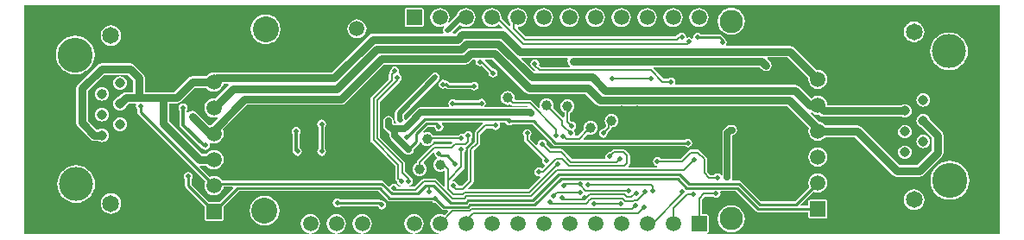
<source format=gbl>
G04 Layer_Physical_Order=2*
G04 Layer_Color=16711680*
%FSAX25Y25*%
%MOIN*%
G70*
G01*
G75*
%ADD34R,0.05905X0.05905*%
%ADD36C,0.01000*%
%ADD37C,0.00800*%
%ADD38C,0.02000*%
%ADD40C,0.03000*%
%ADD41C,0.01200*%
%ADD42C,0.02500*%
%ADD44C,0.05905*%
%ADD45C,0.10000*%
%ADD46C,0.09000*%
%ADD47C,0.06496*%
%ADD48C,0.13110*%
%ADD49C,0.13504*%
%ADD50C,0.03819*%
%ADD51R,0.05905X0.05905*%
%ADD52C,0.01968*%
%ADD53C,0.03937*%
G36*
X0601286Y0372375D02*
X0488210D01*
X0488161Y0372875D01*
X0488226Y0372888D01*
X0488457Y0373043D01*
X0488612Y0373274D01*
X0488666Y0373547D01*
Y0379453D01*
X0488612Y0379726D01*
X0488457Y0379957D01*
X0488226Y0380112D01*
X0487953Y0380167D01*
X0486122D01*
Y0385717D01*
X0487354Y0386948D01*
X0490376D01*
X0490438Y0386856D01*
X0490995Y0386484D01*
X0491653Y0386353D01*
X0492310Y0386484D01*
X0492867Y0386856D01*
X0493239Y0387413D01*
X0493370Y0388070D01*
X0493275Y0388545D01*
X0493582Y0389045D01*
X0499185D01*
X0506891Y0381340D01*
X0507288Y0381074D01*
X0507756Y0380981D01*
X0527239D01*
Y0379252D01*
X0527293Y0378979D01*
X0527448Y0378747D01*
X0527680Y0378593D01*
X0527953Y0378538D01*
X0533858D01*
X0534131Y0378593D01*
X0534363Y0378747D01*
X0534518Y0378979D01*
X0534572Y0379252D01*
Y0385157D01*
X0534518Y0385431D01*
X0534363Y0385662D01*
X0534131Y0385817D01*
X0533858Y0385871D01*
X0527953D01*
X0527680Y0385817D01*
X0527448Y0385662D01*
X0527293Y0385431D01*
X0527239Y0385157D01*
Y0383428D01*
X0524513D01*
X0524321Y0383890D01*
X0529333Y0388902D01*
X0529952Y0388646D01*
X0530905Y0388520D01*
X0531859Y0388646D01*
X0532748Y0389014D01*
X0533511Y0389599D01*
X0534096Y0390363D01*
X0534464Y0391251D01*
X0534590Y0392205D01*
X0534464Y0393158D01*
X0534096Y0394047D01*
X0533511Y0394810D01*
X0532748Y0395395D01*
X0531859Y0395763D01*
X0530905Y0395889D01*
X0529952Y0395763D01*
X0529063Y0395395D01*
X0528300Y0394810D01*
X0527715Y0394047D01*
X0527347Y0393158D01*
X0527221Y0392205D01*
X0527347Y0391251D01*
X0527603Y0390633D01*
X0522099Y0385128D01*
X0508967D01*
X0501261Y0392834D01*
X0500865Y0393099D01*
X0500396Y0393192D01*
X0497960D01*
X0497692Y0393692D01*
X0497821Y0393885D01*
X0497972Y0394646D01*
Y0410554D01*
X0498158Y0410740D01*
X0498475Y0410803D01*
X0499120Y0411234D01*
X0499551Y0411879D01*
X0499703Y0412640D01*
X0499551Y0413401D01*
X0499120Y0414046D01*
X0498475Y0414477D01*
X0497715Y0414628D01*
X0497246D01*
X0496485Y0414477D01*
X0495840Y0414046D01*
X0494578Y0412784D01*
X0494147Y0412139D01*
X0493996Y0411378D01*
Y0395306D01*
X0493496Y0395154D01*
X0493340Y0395388D01*
X0492783Y0395760D01*
X0492126Y0395890D01*
X0491469Y0395760D01*
X0490912Y0395388D01*
X0490850Y0395295D01*
X0489362D01*
X0488129Y0396528D01*
Y0401496D01*
X0488044Y0401925D01*
X0487801Y0402289D01*
X0487801Y0402289D01*
X0485321Y0404769D01*
X0484957Y0405013D01*
X0484527Y0405098D01*
X0484527Y0405098D01*
X0481850D01*
X0481421Y0405013D01*
X0481057Y0404769D01*
X0481057Y0404769D01*
X0477921Y0401633D01*
X0470213D01*
X0470151Y0401726D01*
X0469594Y0402098D01*
X0468937Y0402229D01*
X0468280Y0402098D01*
X0467723Y0401726D01*
X0467350Y0401169D01*
X0467220Y0400512D01*
X0467350Y0399855D01*
X0467723Y0399297D01*
X0468280Y0398925D01*
X0468778Y0398826D01*
X0468728Y0398326D01*
X0457967D01*
X0457776Y0398788D01*
X0458076Y0399089D01*
X0458320Y0399453D01*
X0458405Y0399882D01*
X0458405Y0399882D01*
Y0402677D01*
X0458405Y0402677D01*
X0458320Y0403106D01*
X0458076Y0403470D01*
X0458076Y0403470D01*
X0456580Y0404966D01*
X0456217Y0405209D01*
X0455787Y0405295D01*
X0455787Y0405295D01*
X0452323D01*
X0451894Y0405209D01*
X0451530Y0404966D01*
X0451530Y0404966D01*
X0450667Y0404104D01*
X0450591Y0404119D01*
X0449933Y0403988D01*
X0449376Y0403616D01*
X0449004Y0403059D01*
X0448873Y0402402D01*
X0448966Y0401936D01*
X0448654Y0401437D01*
X0436055D01*
X0432486Y0405006D01*
X0432122Y0405249D01*
X0431693Y0405334D01*
X0431693Y0405334D01*
X0427827D01*
X0426144Y0407017D01*
X0426166Y0407126D01*
X0426035Y0407783D01*
X0425663Y0408340D01*
X0425106Y0408712D01*
X0424449Y0408843D01*
X0423792Y0408712D01*
X0423235Y0408340D01*
X0422862Y0407783D01*
X0422732Y0407126D01*
X0422752Y0407021D01*
X0422292Y0406775D01*
X0419783Y0409283D01*
Y0410062D01*
X0419876Y0410124D01*
X0420248Y0410681D01*
X0420379Y0411339D01*
X0420248Y0411996D01*
X0419876Y0412553D01*
X0419319Y0412925D01*
X0418661Y0413056D01*
X0418004Y0412925D01*
X0417447Y0412553D01*
X0417075Y0411996D01*
X0416944Y0411339D01*
X0417075Y0410681D01*
X0417447Y0410124D01*
X0417540Y0410062D01*
Y0408819D01*
X0417540Y0408819D01*
X0417625Y0408390D01*
X0417868Y0408026D01*
X0424445Y0401449D01*
X0424345Y0400944D01*
X0424476Y0400287D01*
X0424848Y0399730D01*
X0425317Y0399416D01*
X0425480Y0398872D01*
X0424392Y0397784D01*
X0423885Y0398122D01*
X0423228Y0398253D01*
X0422571Y0398122D01*
X0422014Y0397750D01*
X0421642Y0397193D01*
X0421511Y0396535D01*
X0421642Y0395878D01*
X0422014Y0395321D01*
X0422571Y0394949D01*
X0423228Y0394818D01*
X0423589Y0394890D01*
X0423836Y0394429D01*
X0419147Y0389740D01*
X0395895D01*
X0395704Y0390202D01*
X0397684Y0392183D01*
X0397684Y0392183D01*
X0397927Y0392547D01*
X0398013Y0392976D01*
X0398013Y0392976D01*
Y0404586D01*
X0400283Y0406856D01*
X0400526Y0407220D01*
X0400611Y0407649D01*
X0400611Y0407649D01*
Y0410915D01*
X0402944Y0413248D01*
X0405219D01*
X0405281Y0413155D01*
X0405838Y0412783D01*
X0406495Y0412652D01*
X0407152Y0412783D01*
X0407710Y0413155D01*
X0408082Y0413712D01*
X0408213Y0414369D01*
X0408082Y0415026D01*
X0408028Y0415106D01*
X0408296Y0415606D01*
X0410193D01*
X0410224Y0415450D01*
X0410597Y0414893D01*
X0411154Y0414521D01*
X0411811Y0414390D01*
X0412468Y0414521D01*
X0413012Y0414884D01*
X0420511D01*
X0428662Y0406733D01*
X0429059Y0406468D01*
X0429528Y0406375D01*
X0479469D01*
X0480012Y0406012D01*
X0480669Y0405881D01*
X0481326Y0406012D01*
X0481884Y0406384D01*
X0482256Y0406941D01*
X0482386Y0407598D01*
X0482256Y0408256D01*
X0481884Y0408813D01*
X0481326Y0409185D01*
X0480669Y0409316D01*
X0480012Y0409185D01*
X0479469Y0408822D01*
X0440603D01*
X0440412Y0409284D01*
X0442195Y0411067D01*
X0442492Y0410944D01*
X0443189Y0410852D01*
X0443886Y0410944D01*
X0444535Y0411212D01*
X0445092Y0411640D01*
X0445520Y0412197D01*
X0445789Y0412847D01*
X0445881Y0413543D01*
X0445789Y0414240D01*
X0445520Y0414889D01*
X0445092Y0415447D01*
X0444535Y0415874D01*
X0443886Y0416143D01*
X0443189Y0416235D01*
X0442492Y0416143D01*
X0441843Y0415874D01*
X0441422Y0415551D01*
X0441136Y0415360D01*
X0440893Y0414996D01*
X0440876Y0414913D01*
X0440858Y0414889D01*
X0440589Y0414240D01*
X0440497Y0413543D01*
X0440589Y0412847D01*
X0440652Y0412696D01*
X0438332Y0410376D01*
X0437450D01*
X0437137Y0410876D01*
X0437229Y0411339D01*
X0437098Y0411996D01*
X0436895Y0412300D01*
X0436966Y0412948D01*
X0437041Y0412998D01*
X0437413Y0413555D01*
X0437544Y0414213D01*
X0437413Y0414870D01*
X0437041Y0415427D01*
X0436484Y0415799D01*
X0435827Y0415930D01*
X0435717Y0415908D01*
X0435255Y0416370D01*
Y0419063D01*
X0435750Y0419557D01*
X0436155Y0419869D01*
X0436583Y0420426D01*
X0436852Y0421075D01*
X0436943Y0421772D01*
X0436852Y0422468D01*
X0436583Y0423117D01*
X0436155Y0423675D01*
X0435598Y0424103D01*
X0434949Y0424371D01*
X0434252Y0424463D01*
X0433555Y0424371D01*
X0432906Y0424103D01*
X0432349Y0423675D01*
X0431921Y0423117D01*
X0431652Y0422468D01*
X0431560Y0421772D01*
X0431652Y0421075D01*
X0431921Y0420426D01*
X0432349Y0419869D01*
X0432906Y0419441D01*
X0433012Y0419397D01*
Y0417706D01*
X0432512Y0417499D01*
X0428688Y0421323D01*
X0428781Y0421548D01*
X0428873Y0422244D01*
X0428781Y0422941D01*
X0428512Y0423590D01*
X0428084Y0424147D01*
X0427527Y0424575D01*
X0426878Y0424844D01*
X0426181Y0424936D01*
X0425485Y0424844D01*
X0424835Y0424575D01*
X0424278Y0424147D01*
X0423850Y0423590D01*
X0423581Y0422941D01*
X0423490Y0422244D01*
X0423581Y0421548D01*
X0423638Y0421412D01*
X0423214Y0421128D01*
X0420478Y0423864D01*
X0420114Y0424107D01*
X0419685Y0424192D01*
X0419685Y0424192D01*
X0414290D01*
X0413871Y0424692D01*
X0413912Y0425000D01*
X0413820Y0425697D01*
X0413551Y0426346D01*
X0413124Y0426903D01*
X0412566Y0427331D01*
X0411917Y0427600D01*
X0411221Y0427692D01*
X0410524Y0427600D01*
X0409875Y0427331D01*
X0409317Y0426903D01*
X0408889Y0426346D01*
X0408621Y0425697D01*
X0408529Y0425000D01*
X0408621Y0424303D01*
X0408889Y0423654D01*
X0409317Y0423097D01*
X0409875Y0422669D01*
X0410524Y0422400D01*
X0411221Y0422308D01*
X0411917Y0422400D01*
X0412141Y0422493D01*
X0412357Y0422278D01*
X0412357Y0422278D01*
X0412720Y0422035D01*
X0413150Y0421949D01*
X0418862D01*
X0418923Y0421858D01*
X0418655Y0421358D01*
X0402522D01*
X0402394Y0421555D01*
X0402304Y0421858D01*
X0402622Y0422335D01*
X0402753Y0422992D01*
X0402622Y0423649D01*
X0402250Y0424206D01*
X0401693Y0424579D01*
X0401035Y0424709D01*
X0400378Y0424579D01*
X0399835Y0424216D01*
X0391004D01*
X0390578Y0424500D01*
X0389921Y0424631D01*
X0389264Y0424500D01*
X0388707Y0424128D01*
X0388335Y0423571D01*
X0388204Y0422913D01*
X0388335Y0422256D01*
X0388601Y0421858D01*
X0388386Y0421358D01*
X0377543D01*
X0376782Y0421207D01*
X0376137Y0420776D01*
X0372371Y0417009D01*
X0372342Y0416966D01*
X0371893Y0416517D01*
X0371350Y0416681D01*
X0371286Y0417002D01*
X0371103Y0417276D01*
Y0418573D01*
X0384375Y0431845D01*
X0384751Y0432408D01*
X0384883Y0433071D01*
X0384751Y0433734D01*
X0384375Y0434297D01*
X0383813Y0434672D01*
X0383150Y0434804D01*
X0382486Y0434672D01*
X0381924Y0434297D01*
X0368144Y0420517D01*
X0367769Y0419955D01*
X0367637Y0419291D01*
Y0416653D01*
X0367769Y0415990D01*
X0368057Y0415559D01*
X0367907Y0415169D01*
X0367806Y0415059D01*
X0367162D01*
X0367106Y0415115D01*
Y0416102D01*
X0366955Y0416863D01*
X0366524Y0417508D01*
X0365879Y0417939D01*
X0365118Y0418091D01*
X0364357Y0417939D01*
X0363712Y0417508D01*
X0363281Y0416863D01*
X0363130Y0416102D01*
Y0414291D01*
X0363281Y0413530D01*
X0363712Y0412886D01*
X0364933Y0411665D01*
X0365571Y0411239D01*
Y0410354D01*
X0365722Y0409593D01*
X0366153Y0408949D01*
X0371468Y0403633D01*
X0372113Y0403202D01*
X0372874Y0403051D01*
X0373635Y0403202D01*
X0374280Y0403633D01*
X0374711Y0404279D01*
X0374862Y0405039D01*
X0374819Y0405255D01*
X0376771Y0407206D01*
X0377036Y0407603D01*
X0377101Y0407931D01*
X0377614Y0407999D01*
X0377669Y0407867D01*
X0378097Y0407309D01*
X0378654Y0406882D01*
X0379303Y0406613D01*
X0380000Y0406521D01*
X0380697Y0406613D01*
X0381346Y0406882D01*
X0381903Y0407309D01*
X0382331Y0407867D01*
X0382505Y0408287D01*
X0389542D01*
X0389749Y0407787D01*
X0389028Y0407066D01*
X0382835D01*
X0382835Y0407066D01*
X0382405Y0406981D01*
X0382042Y0406738D01*
X0382042Y0406738D01*
X0376372Y0401069D01*
X0376129Y0400705D01*
X0376044Y0400276D01*
X0376044Y0400276D01*
Y0400008D01*
X0375820Y0399915D01*
X0375262Y0399487D01*
X0374834Y0398930D01*
X0374566Y0398281D01*
X0374474Y0397584D01*
X0374566Y0396887D01*
X0374834Y0396238D01*
X0375262Y0395681D01*
X0375820Y0395253D01*
X0376469Y0394984D01*
X0377165Y0394893D01*
X0377862Y0394984D01*
X0378511Y0395253D01*
X0379069Y0395681D01*
X0379496Y0396238D01*
X0379765Y0396887D01*
X0379857Y0397584D01*
X0379765Y0398281D01*
X0379496Y0398930D01*
X0379069Y0399487D01*
X0378843Y0399660D01*
X0378794Y0400318D01*
X0382517Y0404041D01*
X0382978Y0403795D01*
X0382928Y0403543D01*
X0383058Y0402885D01*
X0383431Y0402328D01*
X0383756Y0402111D01*
X0383701Y0401546D01*
X0383694Y0401544D01*
X0383136Y0401116D01*
X0382708Y0400558D01*
X0382440Y0399909D01*
X0382348Y0399213D01*
X0382440Y0398516D01*
X0382708Y0397867D01*
X0383136Y0397309D01*
X0383694Y0396882D01*
X0384343Y0396613D01*
X0385039Y0396521D01*
X0385736Y0396613D01*
X0386385Y0396882D01*
X0386489Y0396961D01*
X0386989Y0396715D01*
Y0391175D01*
X0386527Y0390984D01*
X0383857Y0393653D01*
X0383493Y0393896D01*
X0383064Y0393981D01*
X0383064Y0393981D01*
X0378805D01*
X0378805Y0393981D01*
X0378376Y0393896D01*
X0378012Y0393653D01*
X0375093Y0390734D01*
X0373118D01*
X0373068Y0391234D01*
X0373530Y0391326D01*
X0374088Y0391698D01*
X0374460Y0392255D01*
X0374590Y0392913D01*
X0374460Y0393570D01*
X0374088Y0394127D01*
X0373905Y0394249D01*
X0373666Y0394606D01*
X0373666Y0394606D01*
X0371480Y0396793D01*
Y0399834D01*
X0371480Y0399834D01*
X0371394Y0400263D01*
X0371151Y0400627D01*
X0371151Y0400627D01*
X0361968Y0409810D01*
Y0423655D01*
X0369262Y0430948D01*
X0369262Y0430948D01*
X0369505Y0431312D01*
X0369531Y0431443D01*
X0369683Y0431544D01*
X0370055Y0432101D01*
X0370186Y0432759D01*
X0370055Y0433416D01*
X0369683Y0433973D01*
X0369342Y0434200D01*
X0369184Y0434770D01*
X0369315Y0435427D01*
X0369184Y0436084D01*
X0368812Y0436641D01*
X0368255Y0437014D01*
X0367598Y0437144D01*
X0366940Y0437014D01*
X0366383Y0436641D01*
X0366011Y0436084D01*
X0365880Y0435427D01*
X0365902Y0435318D01*
X0365591Y0435007D01*
X0365348Y0434643D01*
X0365263Y0434214D01*
X0365263Y0434214D01*
Y0432242D01*
X0358554Y0425534D01*
X0358311Y0425170D01*
X0358225Y0424741D01*
X0358225Y0424741D01*
Y0408724D01*
X0358225Y0408724D01*
X0358311Y0408295D01*
X0358554Y0407931D01*
X0367737Y0398748D01*
Y0393937D01*
X0367737Y0393937D01*
X0367822Y0393508D01*
X0368065Y0393144D01*
X0368515Y0392694D01*
X0368610Y0392217D01*
X0368983Y0391660D01*
X0369540Y0391287D01*
X0369808Y0391234D01*
X0369759Y0390734D01*
X0368933D01*
X0368909Y0390854D01*
X0368537Y0391411D01*
X0367980Y0391783D01*
X0367323Y0391914D01*
X0366666Y0391783D01*
X0366109Y0391411D01*
X0365824Y0390986D01*
X0365263Y0390840D01*
X0363269Y0392834D01*
X0362872Y0393099D01*
X0362404Y0393192D01*
X0300856D01*
X0300400Y0393786D01*
X0299637Y0394372D01*
X0298749Y0394740D01*
X0297795Y0394865D01*
X0296842Y0394740D01*
X0296223Y0394484D01*
X0292269Y0398438D01*
X0292476Y0398938D01*
X0294912D01*
X0295190Y0398576D01*
X0295953Y0397990D01*
X0296842Y0397622D01*
X0297795Y0397497D01*
X0298749Y0397622D01*
X0299637Y0397990D01*
X0300400Y0398576D01*
X0300986Y0399339D01*
X0301354Y0400227D01*
X0301480Y0401181D01*
X0301354Y0402135D01*
X0300986Y0403023D01*
X0300400Y0403786D01*
X0299637Y0404372D01*
X0298749Y0404740D01*
X0297795Y0404865D01*
X0296842Y0404740D01*
X0295953Y0404372D01*
X0295190Y0403786D01*
X0294912Y0403424D01*
X0293055D01*
X0280353Y0416126D01*
Y0422831D01*
X0283381D01*
X0284240Y0423002D01*
X0284967Y0423488D01*
X0290417Y0428938D01*
X0294912D01*
X0295190Y0428576D01*
X0295953Y0427990D01*
X0296842Y0427622D01*
X0297795Y0427497D01*
X0298749Y0427622D01*
X0299637Y0427990D01*
X0300400Y0428576D01*
X0300986Y0429339D01*
X0301354Y0430228D01*
X0301381Y0430434D01*
X0303211D01*
X0303376Y0429934D01*
X0298248Y0424806D01*
X0297795Y0424865D01*
X0296842Y0424740D01*
X0295953Y0424372D01*
X0295190Y0423786D01*
X0294605Y0423023D01*
X0294236Y0422135D01*
X0294111Y0421181D01*
X0294236Y0420227D01*
X0294605Y0419339D01*
X0295190Y0418576D01*
X0295953Y0417990D01*
X0296842Y0417622D01*
X0297795Y0417497D01*
X0298749Y0417622D01*
X0298897Y0417684D01*
X0299182Y0417261D01*
X0296600Y0414640D01*
X0295990Y0414387D01*
X0290917Y0419460D01*
X0290189Y0419946D01*
X0289331Y0420117D01*
X0288472Y0419946D01*
X0287745Y0419460D01*
X0287692Y0419381D01*
X0287192Y0419532D01*
Y0420271D01*
X0287413Y0420603D01*
X0287544Y0421260D01*
X0287413Y0421917D01*
X0287041Y0422474D01*
X0286484Y0422846D01*
X0285827Y0422977D01*
X0285170Y0422846D01*
X0284612Y0422474D01*
X0284240Y0421917D01*
X0284109Y0421260D01*
X0284240Y0420603D01*
X0284541Y0420153D01*
Y0414646D01*
X0284642Y0414138D01*
X0284929Y0413708D01*
X0292882Y0405756D01*
X0293256Y0405506D01*
X0293274Y0405479D01*
X0293831Y0405106D01*
X0294488Y0404976D01*
X0295145Y0405106D01*
X0295703Y0405479D01*
X0296075Y0406036D01*
X0296205Y0406693D01*
X0296075Y0407350D01*
X0296030Y0407417D01*
X0296361Y0407821D01*
X0296842Y0407622D01*
X0297795Y0407497D01*
X0298749Y0407622D01*
X0299637Y0407990D01*
X0300400Y0408576D01*
X0300986Y0409339D01*
X0301354Y0410227D01*
X0301480Y0411181D01*
X0301354Y0412135D01*
X0301080Y0412795D01*
X0310505Y0422363D01*
X0346810D01*
X0347669Y0422534D01*
X0348396Y0423020D01*
X0363370Y0437994D01*
X0394797D01*
X0395655Y0438165D01*
X0396383Y0438651D01*
X0397649Y0439917D01*
X0398441D01*
X0398763Y0439417D01*
X0398676Y0438975D01*
X0398806Y0438318D01*
X0399179Y0437761D01*
X0399736Y0437389D01*
X0400393Y0437258D01*
X0401050Y0437389D01*
X0401129Y0437442D01*
X0403816Y0434755D01*
X0403795Y0434646D01*
X0403925Y0433989D01*
X0404297Y0433431D01*
X0404855Y0433059D01*
X0405512Y0432928D01*
X0406169Y0433059D01*
X0406726Y0433431D01*
X0407098Y0433989D01*
X0407229Y0434646D01*
X0407098Y0435303D01*
X0406726Y0435860D01*
X0406169Y0436232D01*
X0405512Y0436363D01*
X0405402Y0436341D01*
X0402327Y0439417D01*
X0402534Y0439917D01*
X0405107D01*
X0417752Y0427272D01*
X0418480Y0426786D01*
X0419338Y0426615D01*
X0441157D01*
X0445151Y0422622D01*
X0445879Y0422135D01*
X0446737Y0421965D01*
X0518958D01*
X0527469Y0413453D01*
X0527347Y0413158D01*
X0527221Y0412205D01*
X0527347Y0411251D01*
X0527715Y0410363D01*
X0528300Y0409599D01*
X0529063Y0409014D01*
X0529952Y0408646D01*
X0530905Y0408520D01*
X0531859Y0408646D01*
X0532748Y0409014D01*
X0533511Y0409599D01*
X0533788Y0409962D01*
X0545134D01*
X0559831Y0395264D01*
X0560559Y0394778D01*
X0561417Y0394607D01*
X0570079D01*
X0570937Y0394778D01*
X0571665Y0395264D01*
X0578752Y0402351D01*
X0579238Y0403079D01*
X0579408Y0403937D01*
Y0410630D01*
X0579238Y0411488D01*
X0578752Y0412216D01*
X0574125Y0416843D01*
X0574117Y0416902D01*
X0573854Y0417536D01*
X0573436Y0418082D01*
X0572891Y0418500D01*
X0572256Y0418763D01*
X0571575Y0418852D01*
X0570894Y0418763D01*
X0570259Y0418500D01*
X0569714Y0418082D01*
X0569295Y0417536D01*
X0569032Y0416902D01*
X0568943Y0416221D01*
X0569032Y0415539D01*
X0569295Y0414904D01*
X0569714Y0414359D01*
X0570259Y0413941D01*
X0570894Y0413678D01*
X0570953Y0413670D01*
X0574922Y0409701D01*
Y0404866D01*
X0569150Y0399094D01*
X0562346D01*
X0547649Y0413791D01*
X0546921Y0414277D01*
X0546063Y0414448D01*
X0533788D01*
X0533511Y0414810D01*
X0532748Y0415395D01*
X0531859Y0415764D01*
X0531449Y0415817D01*
X0528288Y0418979D01*
X0528618Y0419356D01*
X0529063Y0419014D01*
X0529952Y0418646D01*
X0530905Y0418520D01*
X0531358Y0418580D01*
X0531524Y0418414D01*
X0532252Y0417928D01*
X0533110Y0417757D01*
X0563164D01*
X0563212Y0417721D01*
X0563846Y0417458D01*
X0564528Y0417368D01*
X0565209Y0417458D01*
X0565843Y0417721D01*
X0566389Y0418139D01*
X0566807Y0418684D01*
X0567070Y0419319D01*
X0567160Y0420000D01*
X0567070Y0420681D01*
X0566807Y0421316D01*
X0566389Y0421861D01*
X0565843Y0422279D01*
X0565209Y0422542D01*
X0564528Y0422632D01*
X0563846Y0422542D01*
X0563212Y0422279D01*
X0563164Y0422243D01*
X0534585D01*
X0534464Y0423158D01*
X0534096Y0424047D01*
X0533511Y0424810D01*
X0532748Y0425395D01*
X0531859Y0425764D01*
X0530905Y0425889D01*
X0529952Y0425764D01*
X0529063Y0425395D01*
X0528335Y0424837D01*
X0523678Y0429494D01*
X0522951Y0429980D01*
X0522092Y0430151D01*
X0476067D01*
X0475872Y0430517D01*
X0475848Y0430651D01*
X0475969Y0431260D01*
X0475839Y0431917D01*
X0475466Y0432474D01*
X0474909Y0432846D01*
X0474252Y0432977D01*
X0473595Y0432846D01*
X0473038Y0432474D01*
X0472976Y0432381D01*
X0471409D01*
X0467321Y0436470D01*
X0467459Y0436907D01*
X0467506Y0436970D01*
X0508323D01*
X0509280Y0436012D01*
X0510008Y0435526D01*
X0510866Y0435355D01*
X0511725Y0435526D01*
X0512452Y0436012D01*
X0512938Y0436740D01*
X0513109Y0437598D01*
X0512938Y0438457D01*
X0512452Y0439185D01*
X0511429Y0440208D01*
X0511621Y0440669D01*
X0519269D01*
X0527281Y0432657D01*
X0527221Y0432205D01*
X0527347Y0431251D01*
X0527715Y0430363D01*
X0528300Y0429600D01*
X0529063Y0429014D01*
X0529952Y0428646D01*
X0530905Y0428520D01*
X0531859Y0428646D01*
X0532748Y0429014D01*
X0533511Y0429600D01*
X0534096Y0430363D01*
X0534464Y0431251D01*
X0534590Y0432205D01*
X0534464Y0433158D01*
X0534096Y0434047D01*
X0533511Y0434810D01*
X0532748Y0435395D01*
X0531859Y0435764D01*
X0530905Y0435889D01*
X0530453Y0435829D01*
X0521784Y0444499D01*
X0521056Y0444985D01*
X0520198Y0445156D01*
X0495809D01*
X0495542Y0445656D01*
X0495585Y0445721D01*
X0495716Y0446378D01*
X0495585Y0447035D01*
X0495213Y0447592D01*
X0495175Y0447618D01*
X0495129Y0447848D01*
X0494864Y0448244D01*
X0493818Y0449290D01*
X0493421Y0449556D01*
X0492953Y0449649D01*
X0485649D01*
X0485106Y0450012D01*
X0484449Y0450142D01*
X0483792Y0450012D01*
X0483235Y0449640D01*
X0482862Y0449082D01*
X0482732Y0448425D01*
X0482774Y0448209D01*
X0482622Y0448088D01*
X0482314Y0447962D01*
X0481838Y0448279D01*
X0481181Y0448410D01*
X0480524Y0448279D01*
X0480512Y0448271D01*
X0480061Y0448572D01*
X0480064Y0448583D01*
X0479933Y0449240D01*
X0479561Y0449797D01*
X0479004Y0450169D01*
X0478346Y0450300D01*
X0477689Y0450169D01*
X0477132Y0449797D01*
X0477013Y0449619D01*
X0477012Y0449619D01*
X0476648Y0449376D01*
X0476648Y0449376D01*
X0476031Y0448759D01*
X0418181D01*
X0415001Y0451940D01*
X0415203Y0452445D01*
X0415954Y0452544D01*
X0416842Y0452912D01*
X0417605Y0453497D01*
X0418191Y0454260D01*
X0418559Y0455149D01*
X0418684Y0456102D01*
X0418559Y0457056D01*
X0418191Y0457944D01*
X0417605Y0458708D01*
X0416842Y0459293D01*
X0415954Y0459661D01*
X0415000Y0459787D01*
X0414046Y0459661D01*
X0413158Y0459293D01*
X0412395Y0458708D01*
X0411809Y0457944D01*
X0411441Y0457056D01*
X0411316Y0456102D01*
X0411441Y0455149D01*
X0411809Y0454260D01*
X0412295Y0453627D01*
Y0452937D01*
X0411833Y0452745D01*
X0408660Y0455918D01*
X0408684Y0456102D01*
X0408559Y0457056D01*
X0408191Y0457944D01*
X0407605Y0458708D01*
X0406842Y0459293D01*
X0405954Y0459661D01*
X0405000Y0459787D01*
X0404046Y0459661D01*
X0403158Y0459293D01*
X0402395Y0458708D01*
X0401809Y0457944D01*
X0401441Y0457056D01*
X0401316Y0456102D01*
X0401441Y0455149D01*
X0401809Y0454260D01*
X0402395Y0453497D01*
X0403158Y0452912D01*
X0404046Y0452544D01*
X0405000Y0452418D01*
X0405954Y0452544D01*
X0406842Y0452912D01*
X0407605Y0453497D01*
X0407890Y0453516D01*
X0409104Y0452302D01*
X0408896Y0451803D01*
X0393654D01*
X0392796Y0451632D01*
X0392068Y0451146D01*
X0390802Y0449880D01*
X0390086D01*
X0389879Y0450380D01*
X0392735Y0453236D01*
X0393158Y0452912D01*
X0394046Y0452544D01*
X0395000Y0452418D01*
X0395954Y0452544D01*
X0396842Y0452912D01*
X0397605Y0453497D01*
X0398191Y0454260D01*
X0398559Y0455149D01*
X0398684Y0456102D01*
X0398559Y0457056D01*
X0398191Y0457944D01*
X0397605Y0458708D01*
X0396842Y0459293D01*
X0395954Y0459661D01*
X0395000Y0459787D01*
X0394046Y0459661D01*
X0393158Y0459293D01*
X0392395Y0458708D01*
X0391809Y0457944D01*
X0391441Y0457056D01*
X0391409Y0456813D01*
X0388600Y0454004D01*
X0388191Y0454260D01*
X0388559Y0455149D01*
X0388684Y0456102D01*
X0388559Y0457056D01*
X0388191Y0457944D01*
X0387605Y0458708D01*
X0386842Y0459293D01*
X0385954Y0459661D01*
X0385000Y0459787D01*
X0384046Y0459661D01*
X0383158Y0459293D01*
X0382395Y0458708D01*
X0381809Y0457944D01*
X0381441Y0457056D01*
X0381316Y0456102D01*
X0381441Y0455149D01*
X0381809Y0454260D01*
X0382395Y0453497D01*
X0383158Y0452912D01*
X0384046Y0452544D01*
X0385000Y0452418D01*
X0385954Y0452544D01*
X0386358Y0452711D01*
X0386628Y0452282D01*
X0386317Y0451817D01*
X0386185Y0451154D01*
X0386317Y0450490D01*
X0386391Y0450380D01*
X0386124Y0449880D01*
X0359022D01*
X0358164Y0449709D01*
X0357436Y0449223D01*
X0343133Y0434920D01*
X0299291D01*
X0298529Y0434769D01*
X0297795Y0434865D01*
X0296842Y0434740D01*
X0295953Y0434372D01*
X0295190Y0433786D01*
X0294912Y0433424D01*
X0289488D01*
X0288630Y0433253D01*
X0287902Y0432767D01*
X0282452Y0427317D01*
X0271141D01*
Y0432712D01*
X0270970Y0433570D01*
X0270484Y0434298D01*
X0266975Y0437807D01*
X0266248Y0438293D01*
X0265389Y0438464D01*
X0254331D01*
X0253472Y0438293D01*
X0252745Y0437807D01*
X0245264Y0430326D01*
X0244778Y0429599D01*
X0244607Y0428740D01*
Y0415354D01*
X0244778Y0414496D01*
X0245264Y0413768D01*
X0250028Y0409004D01*
X0250756Y0408518D01*
X0251614Y0408347D01*
X0253125D01*
X0253172Y0408311D01*
X0253807Y0408048D01*
X0254488Y0407959D01*
X0255169Y0408048D01*
X0255804Y0408311D01*
X0256349Y0408730D01*
X0256768Y0409275D01*
X0257031Y0409909D01*
X0257120Y0410591D01*
X0257031Y0411272D01*
X0256768Y0411906D01*
X0256349Y0412452D01*
X0255804Y0412870D01*
X0255169Y0413133D01*
X0254488Y0413223D01*
X0253807Y0413133D01*
X0253172Y0412870D01*
X0253125Y0412834D01*
X0252543D01*
X0249094Y0416284D01*
Y0427811D01*
X0255260Y0433977D01*
X0264460D01*
X0266654Y0431783D01*
Y0427317D01*
X0263814D01*
X0262956Y0427146D01*
X0262228Y0426660D01*
X0260913Y0425345D01*
X0260854Y0425338D01*
X0260219Y0425075D01*
X0259674Y0424656D01*
X0259256Y0424111D01*
X0258993Y0423477D01*
X0258904Y0422795D01*
X0258993Y0422114D01*
X0259256Y0421479D01*
X0259674Y0420934D01*
X0260219Y0420516D01*
X0260854Y0420253D01*
X0261535Y0420163D01*
X0262217Y0420253D01*
X0262851Y0420516D01*
X0263397Y0420934D01*
X0263815Y0421479D01*
X0264078Y0422114D01*
X0264086Y0422173D01*
X0264743Y0422831D01*
X0267418D01*
X0267741Y0422331D01*
X0267653Y0421890D01*
X0267784Y0421233D01*
X0268147Y0420689D01*
Y0419606D01*
X0268240Y0419138D01*
X0268505Y0418741D01*
X0294493Y0392753D01*
X0294236Y0392135D01*
X0294111Y0391181D01*
X0294236Y0390228D01*
X0294605Y0389339D01*
X0295190Y0388576D01*
X0295953Y0387990D01*
X0296842Y0387622D01*
X0297795Y0387497D01*
X0298749Y0387622D01*
X0299637Y0387990D01*
X0300400Y0388576D01*
X0300986Y0389339D01*
X0301354Y0390228D01*
X0301422Y0390745D01*
X0304976D01*
X0305167Y0390283D01*
X0299731Y0384848D01*
X0295859D01*
X0289058Y0391649D01*
Y0393524D01*
X0289421Y0394067D01*
X0289552Y0394724D01*
X0289421Y0395382D01*
X0289049Y0395939D01*
X0288492Y0396311D01*
X0287835Y0396442D01*
X0287177Y0396311D01*
X0286620Y0395939D01*
X0286248Y0395382D01*
X0286117Y0394724D01*
X0286248Y0394067D01*
X0286611Y0393524D01*
Y0391142D01*
X0286704Y0390673D01*
X0286969Y0390277D01*
X0294129Y0383117D01*
Y0378228D01*
X0294183Y0377955D01*
X0294338Y0377724D01*
X0294569Y0377569D01*
X0294843Y0377515D01*
X0300748D01*
X0301021Y0377569D01*
X0301253Y0377724D01*
X0301407Y0377955D01*
X0301462Y0378228D01*
Y0383117D01*
X0307389Y0389045D01*
X0361193D01*
X0364791Y0385447D01*
X0365188Y0385182D01*
X0365656Y0385089D01*
X0382010D01*
X0382092Y0384966D01*
X0382649Y0384594D01*
X0383290Y0384466D01*
X0385669Y0382088D01*
X0386066Y0381822D01*
X0386534Y0381729D01*
X0387990D01*
X0388181Y0381267D01*
X0386674Y0379760D01*
X0385954Y0380059D01*
X0385000Y0380184D01*
X0384046Y0380059D01*
X0383158Y0379691D01*
X0382395Y0379105D01*
X0381809Y0378342D01*
X0381441Y0377454D01*
X0381316Y0376500D01*
X0381441Y0375546D01*
X0381809Y0374658D01*
X0382395Y0373895D01*
X0383158Y0373309D01*
X0384046Y0372941D01*
X0384550Y0372875D01*
X0384517Y0372375D01*
X0375483D01*
X0375450Y0372875D01*
X0375954Y0372941D01*
X0376842Y0373309D01*
X0377605Y0373895D01*
X0378191Y0374658D01*
X0378559Y0375546D01*
X0378684Y0376500D01*
X0378559Y0377454D01*
X0378191Y0378342D01*
X0377605Y0379105D01*
X0376842Y0379691D01*
X0375954Y0380059D01*
X0375000Y0380184D01*
X0374046Y0380059D01*
X0373158Y0379691D01*
X0372395Y0379105D01*
X0371809Y0378342D01*
X0371441Y0377454D01*
X0371316Y0376500D01*
X0371441Y0375546D01*
X0371809Y0374658D01*
X0372395Y0373895D01*
X0373158Y0373309D01*
X0374046Y0372941D01*
X0374550Y0372875D01*
X0374517Y0372375D01*
X0355483D01*
X0355450Y0372875D01*
X0355954Y0372941D01*
X0356842Y0373309D01*
X0357605Y0373895D01*
X0358191Y0374658D01*
X0358559Y0375546D01*
X0358684Y0376500D01*
X0358559Y0377454D01*
X0358191Y0378342D01*
X0357605Y0379105D01*
X0356842Y0379691D01*
X0355954Y0380059D01*
X0355000Y0380184D01*
X0354046Y0380059D01*
X0353158Y0379691D01*
X0352395Y0379105D01*
X0351809Y0378342D01*
X0351441Y0377454D01*
X0351316Y0376500D01*
X0351441Y0375546D01*
X0351809Y0374658D01*
X0352395Y0373895D01*
X0353158Y0373309D01*
X0354046Y0372941D01*
X0354550Y0372875D01*
X0354517Y0372375D01*
X0345483D01*
X0345450Y0372875D01*
X0345954Y0372941D01*
X0346842Y0373309D01*
X0347605Y0373895D01*
X0348191Y0374658D01*
X0348559Y0375546D01*
X0348684Y0376500D01*
X0348559Y0377454D01*
X0348191Y0378342D01*
X0347605Y0379105D01*
X0346842Y0379691D01*
X0345954Y0380059D01*
X0345000Y0380184D01*
X0344046Y0380059D01*
X0343158Y0379691D01*
X0342395Y0379105D01*
X0341809Y0378342D01*
X0341441Y0377454D01*
X0341316Y0376500D01*
X0341441Y0375546D01*
X0341809Y0374658D01*
X0342395Y0373895D01*
X0343158Y0373309D01*
X0344046Y0372941D01*
X0344550Y0372875D01*
X0344517Y0372375D01*
X0335483D01*
X0335450Y0372875D01*
X0335954Y0372941D01*
X0336842Y0373309D01*
X0337605Y0373895D01*
X0338191Y0374658D01*
X0338559Y0375546D01*
X0338684Y0376500D01*
X0338559Y0377454D01*
X0338191Y0378342D01*
X0337605Y0379105D01*
X0336842Y0379691D01*
X0335954Y0380059D01*
X0335000Y0380184D01*
X0334046Y0380059D01*
X0333158Y0379691D01*
X0332395Y0379105D01*
X0331809Y0378342D01*
X0331441Y0377454D01*
X0331316Y0376500D01*
X0331441Y0375546D01*
X0331809Y0374658D01*
X0332395Y0373895D01*
X0333158Y0373309D01*
X0334046Y0372941D01*
X0334550Y0372875D01*
X0334517Y0372375D01*
X0224580D01*
Y0460735D01*
X0601286D01*
Y0372375D01*
D02*
G37*
G36*
X0434464Y0440190D02*
X0434384Y0440071D01*
X0434214Y0439213D01*
X0434384Y0438354D01*
X0434871Y0437627D01*
X0435196Y0437409D01*
X0435044Y0436909D01*
X0425349D01*
X0425349Y0436909D01*
X0424961Y0436832D01*
X0424010D01*
X0423252Y0437590D01*
X0423371Y0438189D01*
X0423240Y0438846D01*
X0422868Y0439403D01*
X0422311Y0439776D01*
X0421654Y0439906D01*
X0420996Y0439776D01*
X0420439Y0439403D01*
X0420067Y0438846D01*
X0419936Y0438189D01*
X0420067Y0437532D01*
X0420439Y0436975D01*
X0420996Y0436602D01*
X0421084Y0436585D01*
X0421783Y0435886D01*
X0421594Y0435400D01*
X0421240Y0435361D01*
X0416432Y0440169D01*
X0416623Y0440631D01*
X0434228D01*
X0434464Y0440190D01*
D02*
G37*
G36*
X0401594Y0415336D02*
X0401630Y0415106D01*
X0398697Y0412173D01*
X0398454Y0411809D01*
X0398368Y0411379D01*
X0398368Y0411379D01*
Y0408113D01*
X0396098Y0405843D01*
X0395855Y0405479D01*
X0395770Y0405050D01*
X0395770Y0405050D01*
Y0393440D01*
X0393400Y0391070D01*
X0392057D01*
X0392031Y0391102D01*
X0391901Y0391759D01*
X0391529Y0392316D01*
X0390971Y0392688D01*
X0390314Y0392819D01*
X0389914Y0392739D01*
X0389668Y0393200D01*
X0394100Y0397632D01*
X0394343Y0397996D01*
X0394429Y0398425D01*
X0394429Y0398425D01*
Y0403960D01*
X0394521Y0404022D01*
X0394894Y0404579D01*
X0395024Y0405236D01*
X0394931Y0405704D01*
X0394926Y0405927D01*
X0395247Y0406264D01*
X0395348Y0406284D01*
X0395712Y0406527D01*
X0396698Y0407514D01*
X0396699Y0407514D01*
X0396942Y0407878D01*
X0397027Y0408307D01*
X0397027Y0408307D01*
Y0409275D01*
X0397120Y0409337D01*
X0397492Y0409894D01*
X0397623Y0410551D01*
X0397492Y0411208D01*
X0397120Y0411765D01*
X0396563Y0412138D01*
X0395905Y0412268D01*
X0395248Y0412138D01*
X0394691Y0411765D01*
X0394376Y0411294D01*
X0394172Y0411159D01*
X0393773Y0411025D01*
X0393267Y0411126D01*
X0392610Y0410995D01*
X0392053Y0410623D01*
X0391991Y0410530D01*
X0382343D01*
X0382331Y0410558D01*
X0381903Y0411116D01*
X0381346Y0411544D01*
X0380697Y0411812D01*
X0380000Y0411904D01*
X0379303Y0411812D01*
X0378757Y0411586D01*
X0378473Y0412010D01*
X0380358Y0413895D01*
X0382833D01*
X0382928Y0413779D01*
X0383058Y0413122D01*
X0383431Y0412564D01*
X0383988Y0412192D01*
X0384645Y0412061D01*
X0385302Y0412192D01*
X0385859Y0412564D01*
X0386231Y0413122D01*
X0386362Y0413779D01*
X0386231Y0414436D01*
X0385859Y0414993D01*
X0385689Y0415106D01*
X0385841Y0415606D01*
X0401451D01*
X0401594Y0415336D01*
D02*
G37*
%LPC*%
G36*
X0564528Y0414640D02*
X0563846Y0414550D01*
X0563212Y0414287D01*
X0562667Y0413869D01*
X0562248Y0413324D01*
X0561985Y0412689D01*
X0561896Y0412008D01*
X0561985Y0411327D01*
X0562248Y0410692D01*
X0562667Y0410147D01*
X0563212Y0409728D01*
X0563846Y0409466D01*
X0564528Y0409376D01*
X0565209Y0409466D01*
X0565843Y0409728D01*
X0566389Y0410147D01*
X0566807Y0410692D01*
X0567070Y0411327D01*
X0567160Y0412008D01*
X0567070Y0412689D01*
X0566807Y0413324D01*
X0566389Y0413869D01*
X0565843Y0414287D01*
X0565209Y0414550D01*
X0564528Y0414640D01*
D02*
G37*
G36*
X0571575Y0410860D02*
X0570894Y0410771D01*
X0570259Y0410508D01*
X0569714Y0410089D01*
X0569295Y0409544D01*
X0569032Y0408910D01*
X0568943Y0408228D01*
X0569032Y0407547D01*
X0569295Y0406912D01*
X0569714Y0406367D01*
X0570259Y0405949D01*
X0570894Y0405686D01*
X0571575Y0405596D01*
X0572256Y0405686D01*
X0572891Y0405949D01*
X0573436Y0406367D01*
X0573854Y0406912D01*
X0574117Y0407547D01*
X0574207Y0408228D01*
X0574117Y0408910D01*
X0573854Y0409544D01*
X0573436Y0410089D01*
X0572891Y0410508D01*
X0572256Y0410771D01*
X0571575Y0410860D01*
D02*
G37*
G36*
X0339331Y0416678D02*
X0338673Y0416547D01*
X0338116Y0416175D01*
X0337744Y0415618D01*
X0337614Y0414961D01*
X0337744Y0414303D01*
X0338116Y0413746D01*
X0338147Y0413726D01*
Y0405531D01*
X0337784Y0404988D01*
X0337653Y0404331D01*
X0337784Y0403674D01*
X0338156Y0403116D01*
X0338713Y0402744D01*
X0339370Y0402613D01*
X0340027Y0402744D01*
X0340584Y0403116D01*
X0340957Y0403674D01*
X0341087Y0404331D01*
X0340957Y0404988D01*
X0340594Y0405531D01*
Y0413819D01*
X0340917Y0414303D01*
X0341048Y0414961D01*
X0340917Y0415618D01*
X0340545Y0416175D01*
X0339988Y0416547D01*
X0339331Y0416678D01*
D02*
G37*
G36*
X0571575Y0426845D02*
X0570894Y0426755D01*
X0570259Y0426492D01*
X0569714Y0426074D01*
X0569295Y0425529D01*
X0569032Y0424894D01*
X0568943Y0424213D01*
X0569032Y0423531D01*
X0569295Y0422897D01*
X0569714Y0422352D01*
X0570259Y0421933D01*
X0570894Y0421670D01*
X0571575Y0421581D01*
X0572256Y0421670D01*
X0572891Y0421933D01*
X0573436Y0422352D01*
X0573854Y0422897D01*
X0574117Y0423531D01*
X0574207Y0424213D01*
X0574117Y0424894D01*
X0573854Y0425529D01*
X0573436Y0426074D01*
X0572891Y0426492D01*
X0572256Y0426755D01*
X0571575Y0426845D01*
D02*
G37*
G36*
X0451260Y0418991D02*
X0450563Y0418899D01*
X0449914Y0418630D01*
X0449357Y0418202D01*
X0448929Y0417645D01*
X0448660Y0416996D01*
X0448568Y0416299D01*
X0448660Y0415603D01*
X0448929Y0414953D01*
X0449075Y0414763D01*
Y0413969D01*
X0448180Y0413073D01*
X0448071Y0413095D01*
X0447414Y0412964D01*
X0446857Y0412592D01*
X0446484Y0412035D01*
X0446354Y0411378D01*
X0446484Y0410721D01*
X0446857Y0410164D01*
X0447414Y0409791D01*
X0448071Y0409661D01*
X0448728Y0409791D01*
X0449285Y0410164D01*
X0449657Y0410721D01*
X0449788Y0411378D01*
X0449766Y0411487D01*
X0450990Y0412711D01*
X0451233Y0413075D01*
X0451318Y0413504D01*
X0451761Y0413674D01*
X0451957Y0413699D01*
X0452606Y0413968D01*
X0453163Y0414396D01*
X0453591Y0414953D01*
X0453860Y0415603D01*
X0453951Y0416299D01*
X0453860Y0416996D01*
X0453591Y0417645D01*
X0453163Y0418202D01*
X0452606Y0418630D01*
X0451957Y0418899D01*
X0451260Y0418991D01*
D02*
G37*
G36*
X0254488Y0421215D02*
X0253807Y0421125D01*
X0253172Y0420862D01*
X0252627Y0420444D01*
X0252209Y0419899D01*
X0251946Y0419264D01*
X0251856Y0418583D01*
X0251946Y0417902D01*
X0252209Y0417267D01*
X0252627Y0416722D01*
X0253172Y0416303D01*
X0253807Y0416040D01*
X0254488Y0415951D01*
X0255169Y0416040D01*
X0255804Y0416303D01*
X0256349Y0416722D01*
X0256768Y0417267D01*
X0257031Y0417902D01*
X0257120Y0418583D01*
X0257031Y0419264D01*
X0256768Y0419899D01*
X0256349Y0420444D01*
X0255804Y0420862D01*
X0255169Y0421125D01*
X0254488Y0421215D01*
D02*
G37*
G36*
X0261535Y0417435D02*
X0260854Y0417345D01*
X0260219Y0417083D01*
X0259674Y0416664D01*
X0259256Y0416119D01*
X0258993Y0415484D01*
X0258904Y0414803D01*
X0258993Y0414122D01*
X0259256Y0413487D01*
X0259674Y0412942D01*
X0260219Y0412524D01*
X0260854Y0412261D01*
X0261535Y0412171D01*
X0262217Y0412261D01*
X0262851Y0412524D01*
X0263397Y0412942D01*
X0263815Y0413487D01*
X0264078Y0414122D01*
X0264167Y0414803D01*
X0264078Y0415484D01*
X0263815Y0416119D01*
X0263397Y0416664D01*
X0262851Y0417083D01*
X0262217Y0417345D01*
X0261535Y0417435D01*
D02*
G37*
G36*
X0258085Y0388275D02*
X0258015Y0388270D01*
X0257992Y0388273D01*
X0257969Y0388270D01*
X0257899Y0388275D01*
X0257051Y0388163D01*
X0256984Y0388141D01*
X0256961Y0388138D01*
X0256940Y0388129D01*
X0256871Y0388115D01*
X0256081Y0387788D01*
X0256023Y0387749D01*
X0256001Y0387740D01*
X0255983Y0387726D01*
X0255920Y0387695D01*
X0255241Y0387174D01*
X0255195Y0387121D01*
X0255176Y0387107D01*
X0255162Y0387089D01*
X0255109Y0387042D01*
X0254589Y0386364D01*
X0254558Y0386301D01*
X0254543Y0386282D01*
X0254535Y0386261D01*
X0254496Y0386203D01*
X0254168Y0385412D01*
X0254155Y0385343D01*
X0254146Y0385322D01*
X0254143Y0385299D01*
X0254120Y0385232D01*
X0254009Y0384384D01*
X0254012Y0384337D01*
X0254002Y0384291D01*
X0254012Y0384245D01*
X0254009Y0384198D01*
X0254120Y0383350D01*
X0254143Y0383284D01*
X0254146Y0383261D01*
X0254155Y0383239D01*
X0254168Y0383170D01*
X0254496Y0382380D01*
X0254535Y0382322D01*
X0254543Y0382300D01*
X0254558Y0382282D01*
X0254589Y0382219D01*
X0255109Y0381540D01*
X0255162Y0381494D01*
X0255176Y0381476D01*
X0255195Y0381461D01*
X0255241Y0381409D01*
X0255920Y0380888D01*
X0255983Y0380857D01*
X0256001Y0380843D01*
X0256023Y0380834D01*
X0256081Y0380795D01*
X0256871Y0380468D01*
X0256940Y0380454D01*
X0256961Y0380445D01*
X0256984Y0380442D01*
X0257051Y0380419D01*
X0257899Y0380308D01*
X0257969Y0380312D01*
X0257992Y0380309D01*
X0258015Y0380312D01*
X0258085Y0380308D01*
X0258933Y0380419D01*
X0259000Y0380442D01*
X0259023Y0380445D01*
X0259044Y0380454D01*
X0259113Y0380468D01*
X0259903Y0380795D01*
X0259962Y0380834D01*
X0259983Y0380843D01*
X0260002Y0380857D01*
X0260065Y0380888D01*
X0260743Y0381409D01*
X0260789Y0381461D01*
X0260808Y0381476D01*
X0260822Y0381494D01*
X0260875Y0381540D01*
X0261396Y0382219D01*
X0261427Y0382282D01*
X0261441Y0382300D01*
X0261450Y0382322D01*
X0261489Y0382380D01*
X0261816Y0383170D01*
X0261830Y0383239D01*
X0261839Y0383261D01*
X0261842Y0383284D01*
X0261864Y0383350D01*
X0261976Y0384198D01*
X0261973Y0384245D01*
X0261982Y0384291D01*
X0261973Y0384337D01*
X0261976Y0384384D01*
X0261864Y0385232D01*
X0261842Y0385299D01*
X0261839Y0385322D01*
X0261830Y0385343D01*
X0261816Y0385412D01*
X0261489Y0386203D01*
X0261450Y0386261D01*
X0261441Y0386282D01*
X0261427Y0386301D01*
X0261396Y0386364D01*
X0260875Y0387042D01*
X0260822Y0387089D01*
X0260808Y0387107D01*
X0260789Y0387121D01*
X0260743Y0387174D01*
X0260065Y0387695D01*
X0260002Y0387726D01*
X0259983Y0387740D01*
X0259962Y0387749D01*
X0259903Y0387788D01*
X0259113Y0388115D01*
X0259044Y0388129D01*
X0259023Y0388138D01*
X0259000Y0388141D01*
X0258933Y0388163D01*
X0258085Y0388275D01*
D02*
G37*
G36*
X0568164Y0389692D02*
X0568094Y0389688D01*
X0568071Y0389691D01*
X0568048Y0389688D01*
X0567978Y0389692D01*
X0567130Y0389581D01*
X0567063Y0389558D01*
X0567040Y0389555D01*
X0567019Y0389546D01*
X0566950Y0389532D01*
X0566160Y0389205D01*
X0566101Y0389166D01*
X0566080Y0389157D01*
X0566061Y0389143D01*
X0565998Y0389112D01*
X0565320Y0388591D01*
X0565274Y0388539D01*
X0565255Y0388524D01*
X0565241Y0388506D01*
X0565188Y0388460D01*
X0564668Y0387781D01*
X0564636Y0387718D01*
X0564622Y0387700D01*
X0564613Y0387678D01*
X0564574Y0387620D01*
X0564247Y0386830D01*
X0564233Y0386761D01*
X0564224Y0386739D01*
X0564221Y0386716D01*
X0564199Y0386650D01*
X0564087Y0385802D01*
X0564090Y0385755D01*
X0564081Y0385709D01*
X0564090Y0385663D01*
X0564087Y0385615D01*
X0564199Y0384768D01*
X0564221Y0384701D01*
X0564224Y0384678D01*
X0564233Y0384657D01*
X0564247Y0384588D01*
X0564574Y0383798D01*
X0564613Y0383739D01*
X0564622Y0383718D01*
X0564636Y0383699D01*
X0564668Y0383636D01*
X0565188Y0382958D01*
X0565241Y0382911D01*
X0565255Y0382893D01*
X0565274Y0382879D01*
X0565320Y0382826D01*
X0565998Y0382305D01*
X0566061Y0382274D01*
X0566080Y0382260D01*
X0566101Y0382251D01*
X0566160Y0382212D01*
X0566950Y0381885D01*
X0567019Y0381871D01*
X0567040Y0381862D01*
X0567063Y0381859D01*
X0567130Y0381837D01*
X0567978Y0381725D01*
X0568048Y0381730D01*
X0568071Y0381727D01*
X0568094Y0381730D01*
X0568164Y0381725D01*
X0569012Y0381837D01*
X0569078Y0381859D01*
X0569101Y0381862D01*
X0569123Y0381871D01*
X0569192Y0381885D01*
X0569982Y0382212D01*
X0570040Y0382251D01*
X0570062Y0382260D01*
X0570080Y0382274D01*
X0570143Y0382305D01*
X0570822Y0382826D01*
X0570868Y0382879D01*
X0570887Y0382893D01*
X0570901Y0382911D01*
X0570954Y0382958D01*
X0571474Y0383636D01*
X0571505Y0383699D01*
X0571520Y0383718D01*
X0571528Y0383739D01*
X0571567Y0383798D01*
X0571895Y0384588D01*
X0571908Y0384657D01*
X0571917Y0384678D01*
X0571920Y0384701D01*
X0571943Y0384768D01*
X0572054Y0385615D01*
X0572051Y0385663D01*
X0572061Y0385709D01*
X0572051Y0385755D01*
X0572054Y0385802D01*
X0571943Y0386650D01*
X0571920Y0386716D01*
X0571917Y0386739D01*
X0571908Y0386761D01*
X0571895Y0386830D01*
X0571567Y0387620D01*
X0571528Y0387678D01*
X0571520Y0387700D01*
X0571505Y0387718D01*
X0571474Y0387781D01*
X0570954Y0388460D01*
X0570901Y0388506D01*
X0570887Y0388524D01*
X0570868Y0388539D01*
X0570822Y0388591D01*
X0570143Y0389112D01*
X0570080Y0389143D01*
X0570062Y0389157D01*
X0570040Y0389166D01*
X0569982Y0389205D01*
X0569192Y0389532D01*
X0569123Y0389546D01*
X0569101Y0389555D01*
X0569078Y0389558D01*
X0569012Y0389581D01*
X0568164Y0389692D01*
D02*
G37*
G36*
X0317323Y0387253D02*
X0317277Y0387244D01*
X0317230Y0387247D01*
X0315924Y0387075D01*
X0315858Y0387052D01*
X0315835Y0387049D01*
X0315813Y0387040D01*
X0315744Y0387027D01*
X0314528Y0386523D01*
X0314470Y0386484D01*
X0314448Y0386475D01*
X0314430Y0386461D01*
X0314367Y0386430D01*
X0313322Y0385628D01*
X0313276Y0385576D01*
X0313258Y0385561D01*
X0313243Y0385543D01*
X0313191Y0385497D01*
X0312389Y0384452D01*
X0312358Y0384389D01*
X0312344Y0384371D01*
X0312335Y0384349D01*
X0312296Y0384291D01*
X0311792Y0383074D01*
X0311778Y0383006D01*
X0311770Y0382984D01*
X0311767Y0382961D01*
X0311744Y0382894D01*
X0311572Y0381589D01*
X0311577Y0381519D01*
X0311574Y0381496D01*
X0311577Y0381473D01*
X0311572Y0381403D01*
X0311744Y0380098D01*
X0311767Y0380031D01*
X0311770Y0380008D01*
X0311778Y0379987D01*
X0311792Y0379918D01*
X0312296Y0378701D01*
X0312335Y0378643D01*
X0312344Y0378622D01*
X0312358Y0378603D01*
X0312389Y0378540D01*
X0313191Y0377496D01*
X0313243Y0377449D01*
X0313258Y0377431D01*
X0313276Y0377417D01*
X0313322Y0377364D01*
X0314367Y0376562D01*
X0314430Y0376531D01*
X0314448Y0376517D01*
X0314470Y0376508D01*
X0314528Y0376469D01*
X0315744Y0375965D01*
X0315813Y0375952D01*
X0315835Y0375943D01*
X0315858Y0375940D01*
X0315924Y0375917D01*
X0317230Y0375745D01*
X0317277Y0375748D01*
X0317323Y0375739D01*
X0317369Y0375748D01*
X0317416Y0375745D01*
X0318721Y0375917D01*
X0318788Y0375940D01*
X0318811Y0375943D01*
X0318832Y0375952D01*
X0318901Y0375965D01*
X0320117Y0376469D01*
X0320176Y0376508D01*
X0320197Y0376517D01*
X0320216Y0376531D01*
X0320279Y0376562D01*
X0321323Y0377364D01*
X0321370Y0377417D01*
X0321388Y0377431D01*
X0321402Y0377449D01*
X0321455Y0377496D01*
X0322257Y0378540D01*
X0322288Y0378603D01*
X0322302Y0378622D01*
X0322311Y0378643D01*
X0322350Y0378701D01*
X0322853Y0379918D01*
X0322867Y0379987D01*
X0322876Y0380008D01*
X0322879Y0380031D01*
X0322902Y0380098D01*
X0323074Y0381403D01*
X0323069Y0381473D01*
X0323072Y0381496D01*
X0323069Y0381519D01*
X0323074Y0381589D01*
X0322902Y0382894D01*
X0322879Y0382961D01*
X0322876Y0382984D01*
X0322867Y0383006D01*
X0322853Y0383074D01*
X0322350Y0384291D01*
X0322311Y0384349D01*
X0322302Y0384371D01*
X0322288Y0384389D01*
X0322256Y0384452D01*
X0321455Y0385497D01*
X0321402Y0385543D01*
X0321388Y0385561D01*
X0321370Y0385576D01*
X0321323Y0385628D01*
X0320279Y0386430D01*
X0320216Y0386461D01*
X0320197Y0386475D01*
X0320176Y0386484D01*
X0320117Y0386523D01*
X0318901Y0387027D01*
X0318832Y0387040D01*
X0318811Y0387049D01*
X0318788Y0387052D01*
X0318721Y0387075D01*
X0317416Y0387247D01*
X0317369Y0387244D01*
X0317323Y0387253D01*
D02*
G37*
G36*
X0345354Y0386245D02*
X0344697Y0386114D01*
X0344140Y0385742D01*
X0343768Y0385185D01*
X0343637Y0384528D01*
X0343768Y0383870D01*
X0344140Y0383313D01*
X0344697Y0382941D01*
X0345354Y0382810D01*
X0346011Y0382941D01*
X0346555Y0383304D01*
X0360960D01*
X0361012Y0383044D01*
X0361384Y0382487D01*
X0361941Y0382114D01*
X0362598Y0381983D01*
X0363256Y0382114D01*
X0363813Y0382487D01*
X0364185Y0383044D01*
X0364316Y0383701D01*
X0364185Y0384358D01*
X0363813Y0384915D01*
X0363256Y0385287D01*
X0362599Y0385418D01*
X0362240Y0385658D01*
X0361772Y0385751D01*
X0346555D01*
X0346011Y0386114D01*
X0345354Y0386245D01*
D02*
G37*
G36*
X0497480Y0383599D02*
X0497434Y0383590D01*
X0497387Y0383593D01*
X0496212Y0383438D01*
X0496146Y0383416D01*
X0496123Y0383413D01*
X0496101Y0383404D01*
X0496032Y0383390D01*
X0494938Y0382937D01*
X0494879Y0382898D01*
X0494858Y0382889D01*
X0494839Y0382874D01*
X0494776Y0382843D01*
X0493836Y0382122D01*
X0493790Y0382069D01*
X0493772Y0382055D01*
X0493757Y0382037D01*
X0493705Y0381990D01*
X0492983Y0381050D01*
X0492952Y0380987D01*
X0492938Y0380969D01*
X0492929Y0380947D01*
X0492890Y0380889D01*
X0492437Y0379794D01*
X0492423Y0379725D01*
X0492414Y0379704D01*
X0492411Y0379681D01*
X0492388Y0379614D01*
X0492234Y0378440D01*
X0492239Y0378369D01*
X0492235Y0378346D01*
X0492239Y0378323D01*
X0492234Y0378253D01*
X0492388Y0377079D01*
X0492411Y0377012D01*
X0492414Y0376989D01*
X0492423Y0376968D01*
X0492437Y0376899D01*
X0492890Y0375804D01*
X0492929Y0375746D01*
X0492938Y0375724D01*
X0492952Y0375706D01*
X0492983Y0375643D01*
X0493705Y0374703D01*
X0493757Y0374656D01*
X0493772Y0374638D01*
X0493790Y0374624D01*
X0493836Y0374571D01*
X0494776Y0373850D01*
X0494839Y0373818D01*
X0494858Y0373804D01*
X0494879Y0373795D01*
X0494938Y0373756D01*
X0496032Y0373303D01*
X0496101Y0373289D01*
X0496123Y0373280D01*
X0496146Y0373277D01*
X0496212Y0373255D01*
X0497387Y0373100D01*
X0497434Y0373103D01*
X0497480Y0373094D01*
X0497527Y0373103D01*
X0497574Y0373100D01*
X0498748Y0373255D01*
X0498815Y0373277D01*
X0498838Y0373280D01*
X0498859Y0373289D01*
X0498928Y0373303D01*
X0500023Y0373756D01*
X0500081Y0373795D01*
X0500103Y0373804D01*
X0500121Y0373818D01*
X0500184Y0373850D01*
X0501124Y0374571D01*
X0501171Y0374624D01*
X0501189Y0374638D01*
X0501203Y0374656D01*
X0501256Y0374703D01*
X0501977Y0375643D01*
X0502008Y0375706D01*
X0502023Y0375724D01*
X0502031Y0375746D01*
X0502070Y0375804D01*
X0502524Y0376899D01*
X0502538Y0376968D01*
X0502547Y0376989D01*
X0502550Y0377012D01*
X0502572Y0377079D01*
X0502727Y0378253D01*
X0502722Y0378323D01*
X0502725Y0378346D01*
X0502722Y0378369D01*
X0502727Y0378440D01*
X0502572Y0379614D01*
X0502550Y0379681D01*
X0502547Y0379704D01*
X0502538Y0379725D01*
X0502524Y0379794D01*
X0502070Y0380889D01*
X0502031Y0380947D01*
X0502023Y0380969D01*
X0502008Y0380987D01*
X0501977Y0381050D01*
X0501256Y0381990D01*
X0501203Y0382037D01*
X0501189Y0382055D01*
X0501171Y0382069D01*
X0501124Y0382122D01*
X0500184Y0382843D01*
X0500121Y0382874D01*
X0500103Y0382889D01*
X0500081Y0382897D01*
X0500023Y0382937D01*
X0498928Y0383390D01*
X0498859Y0383404D01*
X0498838Y0383413D01*
X0498815Y0383416D01*
X0498748Y0383438D01*
X0497574Y0383593D01*
X0497527Y0383590D01*
X0497480Y0383599D01*
D02*
G37*
G36*
X0564528Y0406648D02*
X0563846Y0406558D01*
X0563212Y0406295D01*
X0562667Y0405877D01*
X0562248Y0405332D01*
X0561985Y0404697D01*
X0561896Y0404016D01*
X0561985Y0403335D01*
X0562248Y0402700D01*
X0562667Y0402155D01*
X0563212Y0401736D01*
X0563846Y0401474D01*
X0564528Y0401384D01*
X0565209Y0401474D01*
X0565843Y0401736D01*
X0566389Y0402155D01*
X0566807Y0402700D01*
X0567070Y0403335D01*
X0567160Y0404016D01*
X0567070Y0404697D01*
X0566807Y0405332D01*
X0566389Y0405877D01*
X0565843Y0406295D01*
X0565209Y0406558D01*
X0564528Y0406648D01*
D02*
G37*
G36*
X0329449Y0413804D02*
X0328792Y0413673D01*
X0328235Y0413301D01*
X0327862Y0412744D01*
X0327732Y0412087D01*
X0327862Y0411429D01*
X0328123Y0411039D01*
Y0404882D01*
X0328224Y0404375D01*
X0328295Y0404269D01*
X0328414Y0403674D01*
X0328786Y0403116D01*
X0329343Y0402744D01*
X0330000Y0402613D01*
X0330657Y0402744D01*
X0331214Y0403116D01*
X0331587Y0403674D01*
X0331717Y0404331D01*
X0331587Y0404988D01*
X0331214Y0405545D01*
X0330774Y0405839D01*
Y0411039D01*
X0331035Y0411429D01*
X0331166Y0412087D01*
X0331035Y0412744D01*
X0330663Y0413301D01*
X0330106Y0413673D01*
X0329449Y0413804D01*
D02*
G37*
G36*
X0581920Y0400684D02*
X0581850Y0400677D01*
X0581850Y0400677D01*
X0581850Y0400677D01*
X0581780Y0400684D01*
X0580457Y0400554D01*
X0580390Y0400533D01*
X0580320Y0400526D01*
X0579047Y0400140D01*
X0578985Y0400107D01*
X0578985Y0400107D01*
X0578918Y0400087D01*
X0577745Y0399460D01*
X0577690Y0399415D01*
X0577690Y0399415D01*
X0577690Y0399415D01*
X0577628Y0399382D01*
X0576600Y0398538D01*
X0576556Y0398484D01*
X0576556Y0398484D01*
X0576555Y0398484D01*
X0576501Y0398439D01*
X0575658Y0397411D01*
X0575624Y0397349D01*
X0575624Y0397349D01*
X0575624Y0397349D01*
X0575580Y0397295D01*
X0574953Y0396122D01*
X0574932Y0396055D01*
X0574932Y0396055D01*
X0574899Y0395992D01*
X0574513Y0394720D01*
X0574506Y0394650D01*
X0574486Y0394583D01*
X0574356Y0393259D01*
X0574359Y0393224D01*
X0574352Y0393189D01*
X0574359Y0393154D01*
X0574356Y0393119D01*
X0574486Y0391795D01*
X0574506Y0391728D01*
X0574513Y0391658D01*
X0574899Y0390385D01*
X0574932Y0390323D01*
X0574932Y0390323D01*
X0574953Y0390256D01*
X0575580Y0389083D01*
X0575624Y0389029D01*
X0575624Y0389029D01*
X0575624Y0389029D01*
X0575658Y0388967D01*
X0576501Y0387939D01*
X0576555Y0387894D01*
X0576556Y0387894D01*
X0576556Y0387894D01*
X0576600Y0387840D01*
X0577628Y0386996D01*
X0577690Y0386963D01*
X0577690Y0386963D01*
X0577690Y0386963D01*
X0577745Y0386918D01*
X0578918Y0386291D01*
X0578985Y0386271D01*
X0578985Y0386271D01*
X0579047Y0386238D01*
X0580320Y0385852D01*
X0580389Y0385845D01*
X0580457Y0385824D01*
X0581780Y0385694D01*
X0581850Y0385701D01*
X0581850Y0385701D01*
X0581850Y0385701D01*
X0581920Y0385694D01*
X0583244Y0385824D01*
X0583311Y0385845D01*
X0583381Y0385852D01*
X0584654Y0386238D01*
X0584716Y0386271D01*
X0584716Y0386271D01*
X0584783Y0386291D01*
X0585956Y0386918D01*
X0586010Y0386963D01*
X0586011Y0386963D01*
X0586011Y0386963D01*
X0586072Y0386996D01*
X0587101Y0387840D01*
X0587145Y0387894D01*
X0587145Y0387894D01*
X0587145Y0387894D01*
X0587199Y0387939D01*
X0588043Y0388967D01*
X0588076Y0389029D01*
X0588076Y0389029D01*
X0588076Y0389029D01*
X0588121Y0389083D01*
X0588748Y0390256D01*
X0588768Y0390323D01*
X0588768Y0390323D01*
X0588802Y0390385D01*
X0589188Y0391658D01*
X0589194Y0391728D01*
X0589215Y0391795D01*
X0589345Y0393119D01*
X0589342Y0393154D01*
X0589349Y0393189D01*
X0589342Y0393224D01*
X0589345Y0393259D01*
X0589215Y0394583D01*
X0589194Y0394650D01*
X0589188Y0394720D01*
X0588802Y0395992D01*
X0588768Y0396055D01*
X0588768Y0396055D01*
X0588748Y0396122D01*
X0588121Y0397295D01*
X0588076Y0397349D01*
X0588076Y0397349D01*
X0588076Y0397349D01*
X0588043Y0397411D01*
X0587200Y0398439D01*
X0587145Y0398484D01*
X0587145Y0398484D01*
X0587145Y0398484D01*
X0587101Y0398538D01*
X0586072Y0399382D01*
X0586011Y0399415D01*
X0586011Y0399415D01*
X0586011Y0399415D01*
X0585956Y0399460D01*
X0584783Y0400087D01*
X0584716Y0400107D01*
X0584716Y0400107D01*
X0584654Y0400140D01*
X0583381Y0400526D01*
X0583311Y0400533D01*
X0583244Y0400554D01*
X0581920Y0400684D01*
D02*
G37*
G36*
X0530905Y0405889D02*
X0529952Y0405763D01*
X0529063Y0405395D01*
X0528300Y0404810D01*
X0527715Y0404047D01*
X0527347Y0403158D01*
X0527221Y0402205D01*
X0527347Y0401251D01*
X0527715Y0400363D01*
X0528300Y0399600D01*
X0529063Y0399014D01*
X0529952Y0398646D01*
X0530905Y0398520D01*
X0531859Y0398646D01*
X0532748Y0399014D01*
X0533511Y0399600D01*
X0534096Y0400363D01*
X0534464Y0401251D01*
X0534590Y0402205D01*
X0534464Y0403158D01*
X0534096Y0404047D01*
X0533511Y0404810D01*
X0532748Y0405395D01*
X0531859Y0405763D01*
X0530905Y0405889D01*
D02*
G37*
G36*
X0244598Y0399069D02*
X0244528Y0399062D01*
X0244458Y0399069D01*
X0243173Y0398942D01*
X0243105Y0398922D01*
X0243035Y0398915D01*
X0241800Y0398540D01*
X0241738Y0398507D01*
X0241670Y0398486D01*
X0240532Y0397878D01*
X0240477Y0397833D01*
X0240415Y0397800D01*
X0239417Y0396981D01*
X0239373Y0396927D01*
X0239318Y0396882D01*
X0238499Y0395884D01*
X0238466Y0395822D01*
X0238421Y0395767D01*
X0237813Y0394629D01*
X0237792Y0394562D01*
X0237759Y0394499D01*
X0237384Y0393264D01*
X0237377Y0393194D01*
X0237357Y0393127D01*
X0237230Y0391842D01*
X0237234Y0391806D01*
X0237227Y0391772D01*
X0237234Y0391737D01*
X0237230Y0391702D01*
X0237357Y0390417D01*
X0237377Y0390349D01*
X0237384Y0390279D01*
X0237759Y0389044D01*
X0237792Y0388982D01*
X0237813Y0388914D01*
X0238421Y0387776D01*
X0238466Y0387721D01*
X0238499Y0387659D01*
X0239318Y0386661D01*
X0239373Y0386617D01*
X0239417Y0386562D01*
X0240415Y0385743D01*
X0240477Y0385710D01*
X0240532Y0385665D01*
X0241670Y0385057D01*
X0241738Y0385036D01*
X0241800Y0385003D01*
X0243035Y0384628D01*
X0243105Y0384622D01*
X0243173Y0384601D01*
X0244458Y0384474D01*
X0244528Y0384481D01*
X0244598Y0384474D01*
X0245883Y0384601D01*
X0245950Y0384622D01*
X0246020Y0384628D01*
X0247255Y0385003D01*
X0247317Y0385036D01*
X0247385Y0385057D01*
X0248523Y0385665D01*
X0248578Y0385710D01*
X0248640Y0385743D01*
X0249638Y0386562D01*
X0249682Y0386617D01*
X0249737Y0386661D01*
X0250556Y0387659D01*
X0250589Y0387721D01*
X0250634Y0387776D01*
X0251242Y0388914D01*
X0251263Y0388982D01*
X0251296Y0389044D01*
X0251671Y0390279D01*
X0251678Y0390349D01*
X0251698Y0390417D01*
X0251825Y0391702D01*
X0251821Y0391737D01*
X0251828Y0391772D01*
X0251821Y0391806D01*
X0251825Y0391842D01*
X0251698Y0393127D01*
X0251678Y0393194D01*
X0251671Y0393264D01*
X0251296Y0394499D01*
X0251263Y0394562D01*
X0251242Y0394629D01*
X0250634Y0395767D01*
X0250589Y0395822D01*
X0250556Y0395884D01*
X0249737Y0396882D01*
X0249682Y0396927D01*
X0249638Y0396981D01*
X0248640Y0397800D01*
X0248578Y0397833D01*
X0248523Y0397878D01*
X0247385Y0398486D01*
X0247317Y0398507D01*
X0247255Y0398540D01*
X0246020Y0398915D01*
X0245950Y0398922D01*
X0245883Y0398942D01*
X0244598Y0399069D01*
D02*
G37*
G36*
X0475000Y0459787D02*
X0474046Y0459661D01*
X0473158Y0459293D01*
X0472395Y0458708D01*
X0471809Y0457944D01*
X0471441Y0457056D01*
X0471316Y0456102D01*
X0471441Y0455149D01*
X0471809Y0454260D01*
X0472395Y0453497D01*
X0473158Y0452912D01*
X0474046Y0452544D01*
X0475000Y0452418D01*
X0475954Y0452544D01*
X0476842Y0452912D01*
X0477605Y0453497D01*
X0478191Y0454260D01*
X0478559Y0455149D01*
X0478684Y0456102D01*
X0478559Y0457056D01*
X0478191Y0457944D01*
X0477605Y0458708D01*
X0476842Y0459293D01*
X0475954Y0459661D01*
X0475000Y0459787D01*
D02*
G37*
G36*
X0485000D02*
X0484046Y0459661D01*
X0483158Y0459293D01*
X0482395Y0458708D01*
X0481809Y0457944D01*
X0481441Y0457056D01*
X0481316Y0456102D01*
X0481441Y0455149D01*
X0481809Y0454260D01*
X0482395Y0453497D01*
X0483158Y0452912D01*
X0484046Y0452544D01*
X0485000Y0452418D01*
X0485954Y0452544D01*
X0486842Y0452912D01*
X0487605Y0453497D01*
X0488191Y0454260D01*
X0488559Y0455149D01*
X0488684Y0456102D01*
X0488559Y0457056D01*
X0488191Y0457944D01*
X0487605Y0458708D01*
X0486842Y0459293D01*
X0485954Y0459661D01*
X0485000Y0459787D01*
D02*
G37*
G36*
X0455000D02*
X0454046Y0459661D01*
X0453158Y0459293D01*
X0452395Y0458708D01*
X0451809Y0457944D01*
X0451441Y0457056D01*
X0451316Y0456102D01*
X0451441Y0455149D01*
X0451809Y0454260D01*
X0452395Y0453497D01*
X0453158Y0452912D01*
X0454046Y0452544D01*
X0455000Y0452418D01*
X0455954Y0452544D01*
X0456842Y0452912D01*
X0457605Y0453497D01*
X0458191Y0454260D01*
X0458559Y0455149D01*
X0458684Y0456102D01*
X0458559Y0457056D01*
X0458191Y0457944D01*
X0457605Y0458708D01*
X0456842Y0459293D01*
X0455954Y0459661D01*
X0455000Y0459787D01*
D02*
G37*
G36*
X0465000D02*
X0464046Y0459661D01*
X0463158Y0459293D01*
X0462395Y0458708D01*
X0461809Y0457944D01*
X0461441Y0457056D01*
X0461316Y0456102D01*
X0461441Y0455149D01*
X0461809Y0454260D01*
X0462395Y0453497D01*
X0463158Y0452912D01*
X0464046Y0452544D01*
X0465000Y0452418D01*
X0465954Y0452544D01*
X0466842Y0452912D01*
X0467605Y0453497D01*
X0468191Y0454260D01*
X0468559Y0455149D01*
X0468684Y0456102D01*
X0468559Y0457056D01*
X0468191Y0457944D01*
X0467605Y0458708D01*
X0466842Y0459293D01*
X0465954Y0459661D01*
X0465000Y0459787D01*
D02*
G37*
G36*
X0377953Y0459769D02*
X0372047D01*
X0371774Y0459715D01*
X0371543Y0459560D01*
X0371388Y0459328D01*
X0371334Y0459055D01*
Y0453150D01*
X0371388Y0452877D01*
X0371543Y0452645D01*
X0371774Y0452490D01*
X0372047Y0452436D01*
X0377953D01*
X0378226Y0452490D01*
X0378457Y0452645D01*
X0378612Y0452877D01*
X0378666Y0453150D01*
Y0459055D01*
X0378612Y0459328D01*
X0378457Y0459560D01*
X0378226Y0459715D01*
X0377953Y0459769D01*
D02*
G37*
G36*
X0317717Y0457332D02*
X0317670Y0457323D01*
X0317623Y0457326D01*
X0316318Y0457154D01*
X0316252Y0457131D01*
X0316229Y0457128D01*
X0316207Y0457119D01*
X0316138Y0457105D01*
X0314922Y0456602D01*
X0314863Y0456563D01*
X0314842Y0456554D01*
X0314824Y0456540D01*
X0314760Y0456508D01*
X0313716Y0455707D01*
X0313670Y0455654D01*
X0313651Y0455640D01*
X0313637Y0455622D01*
X0313584Y0455575D01*
X0312783Y0454531D01*
X0312752Y0454468D01*
X0312738Y0454449D01*
X0312729Y0454428D01*
X0312690Y0454369D01*
X0312186Y0453153D01*
X0312172Y0453084D01*
X0312163Y0453063D01*
X0312160Y0453040D01*
X0312138Y0452973D01*
X0311966Y0451668D01*
X0311970Y0451598D01*
X0311967Y0451575D01*
X0311970Y0451552D01*
X0311966Y0451482D01*
X0312138Y0450176D01*
X0312160Y0450110D01*
X0312163Y0450087D01*
X0312172Y0450065D01*
X0312186Y0449996D01*
X0312690Y0448780D01*
X0312729Y0448722D01*
X0312738Y0448700D01*
X0312752Y0448682D01*
X0312783Y0448619D01*
X0313584Y0447574D01*
X0313637Y0447528D01*
X0313651Y0447509D01*
X0313670Y0447495D01*
X0313716Y0447442D01*
X0314760Y0446641D01*
X0314824Y0446610D01*
X0314842Y0446596D01*
X0314863Y0446587D01*
X0314922Y0446548D01*
X0316138Y0446044D01*
X0316207Y0446030D01*
X0316229Y0446022D01*
X0316252Y0446019D01*
X0316318Y0445996D01*
X0317623Y0445824D01*
X0317670Y0445827D01*
X0317717Y0445818D01*
X0317763Y0445827D01*
X0317810Y0445824D01*
X0319115Y0445996D01*
X0319181Y0446019D01*
X0319204Y0446022D01*
X0319226Y0446030D01*
X0319295Y0446044D01*
X0320511Y0446548D01*
X0320570Y0446587D01*
X0320591Y0446596D01*
X0320610Y0446610D01*
X0320673Y0446641D01*
X0321717Y0447442D01*
X0321763Y0447495D01*
X0321782Y0447509D01*
X0321796Y0447528D01*
X0321849Y0447574D01*
X0322650Y0448619D01*
X0322681Y0448682D01*
X0322695Y0448700D01*
X0322704Y0448722D01*
X0322743Y0448780D01*
X0323247Y0449996D01*
X0323261Y0450065D01*
X0323270Y0450087D01*
X0323273Y0450110D01*
X0323295Y0450176D01*
X0323467Y0451482D01*
X0323463Y0451552D01*
X0323466Y0451575D01*
X0323463Y0451598D01*
X0323467Y0451668D01*
X0323295Y0452973D01*
X0323273Y0453040D01*
X0323270Y0453063D01*
X0323261Y0453084D01*
X0323247Y0453153D01*
X0322743Y0454369D01*
X0322704Y0454428D01*
X0322695Y0454449D01*
X0322681Y0454468D01*
X0322650Y0454531D01*
X0321849Y0455575D01*
X0321796Y0455622D01*
X0321782Y0455640D01*
X0321763Y0455654D01*
X0321717Y0455707D01*
X0320673Y0456508D01*
X0320610Y0456540D01*
X0320591Y0456554D01*
X0320570Y0456563D01*
X0320511Y0456602D01*
X0319295Y0457105D01*
X0319226Y0457119D01*
X0319204Y0457128D01*
X0319181Y0457131D01*
X0319115Y0457154D01*
X0317810Y0457326D01*
X0317763Y0457323D01*
X0317717Y0457332D01*
D02*
G37*
G36*
X0497480Y0459859D02*
X0497434Y0459850D01*
X0497387Y0459853D01*
X0496212Y0459698D01*
X0496146Y0459676D01*
X0496123Y0459672D01*
X0496101Y0459664D01*
X0496032Y0459650D01*
X0494938Y0459196D01*
X0494879Y0459157D01*
X0494858Y0459149D01*
X0494839Y0459134D01*
X0494776Y0459103D01*
X0493836Y0458382D01*
X0493790Y0458329D01*
X0493772Y0458315D01*
X0493757Y0458297D01*
X0493705Y0458250D01*
X0492983Y0457310D01*
X0492952Y0457247D01*
X0492938Y0457229D01*
X0492929Y0457207D01*
X0492890Y0457149D01*
X0492437Y0456054D01*
X0492423Y0455985D01*
X0492414Y0455964D01*
X0492411Y0455941D01*
X0492388Y0455874D01*
X0492234Y0454700D01*
X0492239Y0454629D01*
X0492235Y0454606D01*
X0492239Y0454583D01*
X0492234Y0454513D01*
X0492388Y0453338D01*
X0492411Y0453272D01*
X0492414Y0453249D01*
X0492423Y0453227D01*
X0492437Y0453158D01*
X0492890Y0452064D01*
X0492929Y0452005D01*
X0492938Y0451984D01*
X0492952Y0451965D01*
X0492983Y0451902D01*
X0493705Y0450962D01*
X0493757Y0450916D01*
X0493772Y0450898D01*
X0493790Y0450883D01*
X0493836Y0450831D01*
X0494776Y0450109D01*
X0494839Y0450078D01*
X0494858Y0450064D01*
X0494879Y0450055D01*
X0494938Y0450016D01*
X0496032Y0449563D01*
X0496101Y0449549D01*
X0496123Y0449540D01*
X0496146Y0449537D01*
X0496212Y0449514D01*
X0497387Y0449360D01*
X0497434Y0449363D01*
X0497480Y0449354D01*
X0497527Y0449363D01*
X0497574Y0449360D01*
X0498748Y0449514D01*
X0498815Y0449537D01*
X0498838Y0449540D01*
X0498859Y0449549D01*
X0498928Y0449563D01*
X0500023Y0450016D01*
X0500081Y0450055D01*
X0500103Y0450064D01*
X0500121Y0450078D01*
X0500184Y0450109D01*
X0501124Y0450831D01*
X0501171Y0450883D01*
X0501189Y0450898D01*
X0501203Y0450916D01*
X0501256Y0450962D01*
X0501977Y0451902D01*
X0502008Y0451965D01*
X0502023Y0451984D01*
X0502031Y0452005D01*
X0502070Y0452064D01*
X0502524Y0453158D01*
X0502538Y0453227D01*
X0502547Y0453249D01*
X0502550Y0453272D01*
X0502572Y0453338D01*
X0502727Y0454513D01*
X0502722Y0454583D01*
X0502725Y0454606D01*
X0502722Y0454629D01*
X0502727Y0454700D01*
X0502572Y0455874D01*
X0502550Y0455941D01*
X0502547Y0455964D01*
X0502538Y0455985D01*
X0502524Y0456054D01*
X0502070Y0457149D01*
X0502031Y0457207D01*
X0502023Y0457229D01*
X0502008Y0457247D01*
X0501977Y0457310D01*
X0501256Y0458250D01*
X0501203Y0458297D01*
X0501189Y0458315D01*
X0501171Y0458329D01*
X0501124Y0458382D01*
X0500184Y0459103D01*
X0500121Y0459134D01*
X0500103Y0459149D01*
X0500081Y0459157D01*
X0500023Y0459196D01*
X0498928Y0459650D01*
X0498859Y0459664D01*
X0498838Y0459672D01*
X0498815Y0459676D01*
X0498748Y0459698D01*
X0497574Y0459853D01*
X0497527Y0459850D01*
X0497480Y0459859D01*
D02*
G37*
G36*
X0258085Y0453078D02*
X0258015Y0453074D01*
X0257992Y0453077D01*
X0257969Y0453074D01*
X0257899Y0453078D01*
X0257051Y0452966D01*
X0256984Y0452944D01*
X0256961Y0452941D01*
X0256940Y0452932D01*
X0256871Y0452918D01*
X0256081Y0452591D01*
X0256023Y0452552D01*
X0256001Y0452543D01*
X0255983Y0452529D01*
X0255920Y0452498D01*
X0255241Y0451977D01*
X0255195Y0451924D01*
X0255176Y0451910D01*
X0255162Y0451892D01*
X0255109Y0451846D01*
X0254589Y0451167D01*
X0254558Y0451104D01*
X0254543Y0451086D01*
X0254535Y0451064D01*
X0254496Y0451006D01*
X0254168Y0450215D01*
X0254155Y0450147D01*
X0254146Y0450125D01*
X0254143Y0450102D01*
X0254120Y0450036D01*
X0254009Y0449188D01*
X0254012Y0449141D01*
X0254002Y0449094D01*
X0254012Y0449048D01*
X0254009Y0449001D01*
X0254120Y0448153D01*
X0254143Y0448087D01*
X0254146Y0448064D01*
X0254155Y0448042D01*
X0254168Y0447973D01*
X0254496Y0447183D01*
X0254535Y0447125D01*
X0254543Y0447103D01*
X0254558Y0447085D01*
X0254589Y0447022D01*
X0255109Y0446344D01*
X0255162Y0446297D01*
X0255176Y0446279D01*
X0255195Y0446265D01*
X0255241Y0446212D01*
X0255920Y0445691D01*
X0255983Y0445660D01*
X0256001Y0445646D01*
X0256023Y0445637D01*
X0256081Y0445598D01*
X0256871Y0445271D01*
X0256940Y0445257D01*
X0256961Y0445248D01*
X0256984Y0445245D01*
X0257051Y0445223D01*
X0257899Y0445111D01*
X0257969Y0445115D01*
X0257992Y0445112D01*
X0258015Y0445115D01*
X0258085Y0445111D01*
X0258933Y0445223D01*
X0259000Y0445245D01*
X0259023Y0445248D01*
X0259044Y0445257D01*
X0259113Y0445271D01*
X0259903Y0445598D01*
X0259962Y0445637D01*
X0259983Y0445646D01*
X0260002Y0445660D01*
X0260065Y0445691D01*
X0260743Y0446212D01*
X0260789Y0446265D01*
X0260808Y0446279D01*
X0260822Y0446297D01*
X0260875Y0446344D01*
X0261396Y0447022D01*
X0261427Y0447085D01*
X0261441Y0447103D01*
X0261450Y0447125D01*
X0261489Y0447183D01*
X0261816Y0447973D01*
X0261830Y0448042D01*
X0261839Y0448064D01*
X0261842Y0448087D01*
X0261864Y0448153D01*
X0261976Y0449001D01*
X0261973Y0449048D01*
X0261982Y0449094D01*
X0261973Y0449141D01*
X0261976Y0449188D01*
X0261864Y0450036D01*
X0261842Y0450102D01*
X0261839Y0450125D01*
X0261830Y0450147D01*
X0261816Y0450215D01*
X0261489Y0451006D01*
X0261450Y0451064D01*
X0261441Y0451086D01*
X0261427Y0451104D01*
X0261396Y0451167D01*
X0260875Y0451846D01*
X0260822Y0451892D01*
X0260808Y0451910D01*
X0260789Y0451924D01*
X0260743Y0451977D01*
X0260065Y0452498D01*
X0260002Y0452529D01*
X0259983Y0452543D01*
X0259962Y0452552D01*
X0259903Y0452591D01*
X0259113Y0452918D01*
X0259044Y0452932D01*
X0259023Y0452941D01*
X0259000Y0452944D01*
X0258933Y0452966D01*
X0258085Y0453078D01*
D02*
G37*
G36*
X0568164Y0454495D02*
X0568094Y0454491D01*
X0568071Y0454494D01*
X0568048Y0454491D01*
X0567978Y0454495D01*
X0567130Y0454384D01*
X0567063Y0454361D01*
X0567040Y0454358D01*
X0567019Y0454349D01*
X0566950Y0454336D01*
X0566160Y0454008D01*
X0566101Y0453969D01*
X0566080Y0453960D01*
X0566061Y0453946D01*
X0565998Y0453915D01*
X0565320Y0453395D01*
X0565274Y0453342D01*
X0565255Y0453328D01*
X0565241Y0453309D01*
X0565188Y0453263D01*
X0564668Y0452584D01*
X0564636Y0452521D01*
X0564622Y0452503D01*
X0564613Y0452481D01*
X0564574Y0452423D01*
X0564247Y0451633D01*
X0564233Y0451564D01*
X0564224Y0451543D01*
X0564221Y0451519D01*
X0564199Y0451453D01*
X0564087Y0450605D01*
X0564090Y0450558D01*
X0564081Y0450512D01*
X0564090Y0450466D01*
X0564087Y0450419D01*
X0564199Y0449571D01*
X0564221Y0449504D01*
X0564224Y0449481D01*
X0564233Y0449460D01*
X0564247Y0449391D01*
X0564574Y0448601D01*
X0564613Y0448542D01*
X0564622Y0448521D01*
X0564636Y0448502D01*
X0564668Y0448439D01*
X0565188Y0447761D01*
X0565241Y0447715D01*
X0565255Y0447696D01*
X0565274Y0447682D01*
X0565320Y0447629D01*
X0565998Y0447108D01*
X0566061Y0447077D01*
X0566080Y0447063D01*
X0566101Y0447054D01*
X0566160Y0447015D01*
X0566950Y0446688D01*
X0567019Y0446674D01*
X0567040Y0446665D01*
X0567063Y0446662D01*
X0567130Y0446640D01*
X0567978Y0446528D01*
X0568048Y0446533D01*
X0568071Y0446530D01*
X0568094Y0446533D01*
X0568164Y0446528D01*
X0569012Y0446640D01*
X0569078Y0446662D01*
X0569101Y0446665D01*
X0569123Y0446674D01*
X0569192Y0446688D01*
X0569982Y0447015D01*
X0570040Y0447054D01*
X0570062Y0447063D01*
X0570080Y0447077D01*
X0570143Y0447108D01*
X0570822Y0447629D01*
X0570868Y0447682D01*
X0570887Y0447696D01*
X0570901Y0447715D01*
X0570954Y0447761D01*
X0571474Y0448439D01*
X0571505Y0448502D01*
X0571520Y0448521D01*
X0571528Y0448542D01*
X0571567Y0448601D01*
X0571895Y0449391D01*
X0571908Y0449460D01*
X0571917Y0449481D01*
X0571920Y0449504D01*
X0571943Y0449571D01*
X0572054Y0450419D01*
X0572051Y0450466D01*
X0572061Y0450512D01*
X0572051Y0450558D01*
X0572054Y0450605D01*
X0571943Y0451453D01*
X0571920Y0451519D01*
X0571917Y0451543D01*
X0571908Y0451564D01*
X0571895Y0451633D01*
X0571567Y0452423D01*
X0571528Y0452481D01*
X0571520Y0452503D01*
X0571505Y0452521D01*
X0571474Y0452584D01*
X0570954Y0453263D01*
X0570901Y0453309D01*
X0570887Y0453328D01*
X0570868Y0453342D01*
X0570822Y0453395D01*
X0570143Y0453915D01*
X0570080Y0453946D01*
X0570062Y0453960D01*
X0570040Y0453969D01*
X0569982Y0454008D01*
X0569192Y0454336D01*
X0569123Y0454349D01*
X0569101Y0454358D01*
X0569078Y0454361D01*
X0569012Y0454384D01*
X0568164Y0454495D01*
D02*
G37*
G36*
X0261535Y0433419D02*
X0260854Y0433330D01*
X0260220Y0433067D01*
X0259674Y0432649D01*
X0259256Y0432103D01*
X0258993Y0431469D01*
X0258904Y0430787D01*
X0258993Y0430106D01*
X0259256Y0429471D01*
X0259674Y0428926D01*
X0260220Y0428508D01*
X0260854Y0428245D01*
X0261535Y0428155D01*
X0262217Y0428245D01*
X0262851Y0428508D01*
X0263397Y0428926D01*
X0263815Y0429471D01*
X0264078Y0430106D01*
X0264167Y0430787D01*
X0264078Y0431469D01*
X0263815Y0432103D01*
X0263397Y0432649D01*
X0262851Y0433067D01*
X0262217Y0433330D01*
X0261535Y0433419D01*
D02*
G37*
G36*
X0352992Y0455377D02*
X0352039Y0455252D01*
X0351150Y0454884D01*
X0350387Y0454298D01*
X0349801Y0453535D01*
X0349433Y0452646D01*
X0349308Y0451693D01*
X0349433Y0450739D01*
X0349801Y0449851D01*
X0350387Y0449088D01*
X0351150Y0448502D01*
X0352039Y0448134D01*
X0352992Y0448009D01*
X0353946Y0448134D01*
X0354834Y0448502D01*
X0355597Y0449088D01*
X0356183Y0449851D01*
X0356551Y0450739D01*
X0356676Y0451693D01*
X0356551Y0452646D01*
X0356183Y0453535D01*
X0355597Y0454298D01*
X0354834Y0454884D01*
X0353946Y0455252D01*
X0352992Y0455377D01*
D02*
G37*
G36*
X0254488Y0429207D02*
X0253807Y0429117D01*
X0253172Y0428854D01*
X0252627Y0428436D01*
X0252209Y0427891D01*
X0251946Y0427256D01*
X0251856Y0426575D01*
X0251946Y0425894D01*
X0252209Y0425259D01*
X0252627Y0424714D01*
X0253172Y0424295D01*
X0253807Y0424032D01*
X0254488Y0423943D01*
X0255169Y0424032D01*
X0255804Y0424295D01*
X0256349Y0424714D01*
X0256768Y0425259D01*
X0257031Y0425894D01*
X0257120Y0426575D01*
X0257031Y0427256D01*
X0256777Y0427868D01*
X0256722Y0428146D01*
X0256456Y0428543D01*
X0256060Y0428808D01*
X0255781Y0428864D01*
X0255169Y0429117D01*
X0254488Y0429207D01*
D02*
G37*
G36*
X0386221Y0432032D02*
X0385563Y0431902D01*
X0385006Y0431529D01*
X0384634Y0430972D01*
X0384503Y0430315D01*
X0384634Y0429658D01*
X0385006Y0429101D01*
X0385563Y0428728D01*
X0386221Y0428598D01*
X0386878Y0428728D01*
X0387153Y0428912D01*
X0387324Y0428741D01*
X0387721Y0428476D01*
X0388189Y0428383D01*
X0397067D01*
X0397611Y0428020D01*
X0398268Y0427889D01*
X0398925Y0428020D01*
X0399482Y0428392D01*
X0399854Y0428949D01*
X0399985Y0429606D01*
X0399854Y0430264D01*
X0399482Y0430821D01*
X0398925Y0431193D01*
X0398268Y0431323D01*
X0397611Y0431193D01*
X0397067Y0430830D01*
X0388696D01*
X0388188Y0431338D01*
X0387791Y0431603D01*
X0387323Y0431696D01*
X0387217Y0431675D01*
X0386878Y0431902D01*
X0386221Y0432032D01*
D02*
G37*
G36*
X0244283Y0449109D02*
X0244213Y0449102D01*
X0244213Y0449102D01*
X0244213Y0449102D01*
X0244143Y0449109D01*
X0242819Y0448979D01*
X0242752Y0448958D01*
X0242682Y0448951D01*
X0241409Y0448565D01*
X0241347Y0448532D01*
X0241347Y0448532D01*
X0241280Y0448512D01*
X0240107Y0447885D01*
X0240053Y0447840D01*
X0240053Y0447840D01*
X0240052Y0447840D01*
X0239990Y0447807D01*
X0238962Y0446963D01*
X0238918Y0446909D01*
X0238918Y0446909D01*
X0238918Y0446909D01*
X0238863Y0446864D01*
X0238020Y0445836D01*
X0237987Y0445774D01*
X0237986Y0445774D01*
X0237986Y0445774D01*
X0237942Y0445720D01*
X0237315Y0444547D01*
X0237295Y0444480D01*
X0237295Y0444480D01*
X0237261Y0444418D01*
X0236875Y0443145D01*
X0236868Y0443075D01*
X0236848Y0443008D01*
X0236718Y0441684D01*
X0236721Y0441649D01*
X0236714Y0441614D01*
X0236721Y0441579D01*
X0236718Y0441544D01*
X0236848Y0440221D01*
X0236868Y0440153D01*
X0236875Y0440083D01*
X0237261Y0438811D01*
X0237295Y0438749D01*
X0237295Y0438749D01*
X0237315Y0438681D01*
X0237942Y0437508D01*
X0237986Y0437454D01*
X0237986Y0437454D01*
X0237987Y0437454D01*
X0238020Y0437392D01*
X0238863Y0436364D01*
X0238918Y0436319D01*
X0238918Y0436319D01*
X0238918Y0436319D01*
X0238962Y0436265D01*
X0239990Y0435421D01*
X0240052Y0435388D01*
X0240053Y0435388D01*
X0240053Y0435388D01*
X0240107Y0435344D01*
X0241280Y0434717D01*
X0241347Y0434696D01*
X0241347Y0434696D01*
X0241409Y0434663D01*
X0242682Y0434277D01*
X0242752Y0434270D01*
X0242819Y0434250D01*
X0244143Y0434119D01*
X0244213Y0434126D01*
X0244213Y0434126D01*
X0244213Y0434126D01*
X0244283Y0434119D01*
X0245606Y0434250D01*
X0245673Y0434270D01*
X0245743Y0434277D01*
X0247016Y0434663D01*
X0247078Y0434696D01*
X0247078Y0434696D01*
X0247145Y0434717D01*
X0248318Y0435344D01*
X0248373Y0435388D01*
X0248373Y0435388D01*
X0248373Y0435388D01*
X0248435Y0435421D01*
X0249463Y0436265D01*
X0249507Y0436319D01*
X0249507Y0436319D01*
X0249507Y0436319D01*
X0249562Y0436364D01*
X0250406Y0437392D01*
X0250439Y0437454D01*
X0250439Y0437454D01*
X0250439Y0437454D01*
X0250483Y0437508D01*
X0251110Y0438681D01*
X0251131Y0438749D01*
X0251131Y0438749D01*
X0251164Y0438811D01*
X0251550Y0440083D01*
X0251557Y0440153D01*
X0251577Y0440221D01*
X0251708Y0441544D01*
X0251704Y0441579D01*
X0251711Y0441614D01*
X0251704Y0441649D01*
X0251708Y0441684D01*
X0251577Y0443008D01*
X0251557Y0443075D01*
X0251550Y0443145D01*
X0251164Y0444418D01*
X0251131Y0444480D01*
X0251131Y0444480D01*
X0251110Y0444547D01*
X0250483Y0445720D01*
X0250439Y0445774D01*
X0250439Y0445774D01*
X0250439Y0445774D01*
X0250406Y0445836D01*
X0249562Y0446864D01*
X0249507Y0446909D01*
X0249507Y0446909D01*
X0249507Y0446909D01*
X0249463Y0446963D01*
X0248435Y0447807D01*
X0248373Y0447840D01*
X0248373Y0447840D01*
X0248373Y0447840D01*
X0248318Y0447885D01*
X0247145Y0448512D01*
X0247078Y0448532D01*
X0247078Y0448532D01*
X0247016Y0448565D01*
X0245743Y0448951D01*
X0245673Y0448958D01*
X0245606Y0448979D01*
X0244283Y0449109D01*
D02*
G37*
G36*
X0435000Y0459787D02*
X0434046Y0459661D01*
X0433158Y0459293D01*
X0432395Y0458708D01*
X0431809Y0457944D01*
X0431441Y0457056D01*
X0431316Y0456102D01*
X0431441Y0455149D01*
X0431809Y0454260D01*
X0432395Y0453497D01*
X0433158Y0452912D01*
X0434046Y0452544D01*
X0435000Y0452418D01*
X0435954Y0452544D01*
X0436842Y0452912D01*
X0437605Y0453497D01*
X0438191Y0454260D01*
X0438559Y0455149D01*
X0438684Y0456102D01*
X0438559Y0457056D01*
X0438191Y0457944D01*
X0437605Y0458708D01*
X0436842Y0459293D01*
X0435954Y0459661D01*
X0435000Y0459787D01*
D02*
G37*
G36*
X0445000D02*
X0444046Y0459661D01*
X0443158Y0459293D01*
X0442395Y0458708D01*
X0441809Y0457944D01*
X0441441Y0457056D01*
X0441316Y0456102D01*
X0441441Y0455149D01*
X0441809Y0454260D01*
X0442395Y0453497D01*
X0443158Y0452912D01*
X0444046Y0452544D01*
X0445000Y0452418D01*
X0445954Y0452544D01*
X0446842Y0452912D01*
X0447605Y0453497D01*
X0448191Y0454260D01*
X0448559Y0455149D01*
X0448684Y0456102D01*
X0448559Y0457056D01*
X0448191Y0457944D01*
X0447605Y0458708D01*
X0446842Y0459293D01*
X0445954Y0459661D01*
X0445000Y0459787D01*
D02*
G37*
G36*
X0581605Y0450329D02*
X0581535Y0450322D01*
X0581465Y0450329D01*
X0580180Y0450202D01*
X0580113Y0450182D01*
X0580043Y0450175D01*
X0578808Y0449800D01*
X0578746Y0449767D01*
X0578678Y0449746D01*
X0577539Y0449138D01*
X0577485Y0449093D01*
X0577423Y0449060D01*
X0576425Y0448241D01*
X0576380Y0448186D01*
X0576326Y0448142D01*
X0575507Y0447144D01*
X0575474Y0447082D01*
X0575429Y0447027D01*
X0574821Y0445889D01*
X0574800Y0445821D01*
X0574767Y0445759D01*
X0574392Y0444524D01*
X0574385Y0444454D01*
X0574365Y0444386D01*
X0574238Y0443102D01*
X0574242Y0443066D01*
X0574235Y0443032D01*
X0574242Y0442997D01*
X0574238Y0442962D01*
X0574365Y0441677D01*
X0574385Y0441609D01*
X0574392Y0441539D01*
X0574767Y0440304D01*
X0574800Y0440242D01*
X0574821Y0440174D01*
X0575429Y0439036D01*
X0575474Y0438981D01*
X0575507Y0438919D01*
X0576326Y0437921D01*
X0576380Y0437877D01*
X0576425Y0437822D01*
X0577423Y0437003D01*
X0577485Y0436970D01*
X0577539Y0436925D01*
X0578678Y0436317D01*
X0578746Y0436296D01*
X0578808Y0436263D01*
X0580043Y0435888D01*
X0580113Y0435881D01*
X0580181Y0435861D01*
X0581465Y0435734D01*
X0581535Y0435741D01*
X0581605Y0435734D01*
X0582890Y0435861D01*
X0582958Y0435881D01*
X0583028Y0435888D01*
X0584263Y0436263D01*
X0584325Y0436296D01*
X0584392Y0436317D01*
X0585531Y0436925D01*
X0585586Y0436970D01*
X0585648Y0437003D01*
X0586646Y0437822D01*
X0586690Y0437877D01*
X0586745Y0437921D01*
X0587564Y0438919D01*
X0587597Y0438981D01*
X0587642Y0439036D01*
X0588250Y0440174D01*
X0588271Y0440242D01*
X0588304Y0440304D01*
X0588679Y0441539D01*
X0588686Y0441609D01*
X0588706Y0441677D01*
X0588833Y0442962D01*
X0588829Y0442997D01*
X0588836Y0443032D01*
X0588829Y0443066D01*
X0588833Y0443102D01*
X0588706Y0444386D01*
X0588686Y0444454D01*
X0588679Y0444524D01*
X0588304Y0445759D01*
X0588271Y0445821D01*
X0588250Y0445889D01*
X0587642Y0447027D01*
X0587597Y0447082D01*
X0587564Y0447144D01*
X0586745Y0448142D01*
X0586690Y0448186D01*
X0586646Y0448241D01*
X0585648Y0449060D01*
X0585586Y0449093D01*
X0585531Y0449138D01*
X0584392Y0449746D01*
X0584325Y0449767D01*
X0584263Y0449800D01*
X0583028Y0450175D01*
X0582958Y0450182D01*
X0582890Y0450202D01*
X0581605Y0450329D01*
D02*
G37*
G36*
X0425000Y0459787D02*
X0424046Y0459661D01*
X0423158Y0459293D01*
X0422395Y0458708D01*
X0421809Y0457944D01*
X0421441Y0457056D01*
X0421316Y0456102D01*
X0421441Y0455149D01*
X0421809Y0454260D01*
X0422395Y0453497D01*
X0423158Y0452912D01*
X0424046Y0452544D01*
X0425000Y0452418D01*
X0425954Y0452544D01*
X0426842Y0452912D01*
X0427605Y0453497D01*
X0428191Y0454260D01*
X0428559Y0455149D01*
X0428684Y0456102D01*
X0428559Y0457056D01*
X0428191Y0457944D01*
X0427605Y0458708D01*
X0426842Y0459293D01*
X0425954Y0459661D01*
X0425000Y0459787D01*
D02*
G37*
%LPD*%
D34*
X0485000Y0376500D02*
D03*
X0375000Y0456102D02*
D03*
D36*
X0387795Y0402756D02*
X0390905Y0399646D01*
X0385432Y0402756D02*
X0387795D01*
X0384645Y0403543D02*
X0385432Y0402756D01*
X0384645Y0413779D02*
Y0414095D01*
X0383622Y0415118D02*
X0384645Y0414095D01*
X0411811Y0416108D02*
X0421018D01*
X0411089Y0416830D02*
X0411811Y0416108D01*
X0429528Y0407598D02*
X0480669D01*
X0386221Y0430315D02*
X0386929D01*
X0387047Y0430197D01*
X0297784Y0412645D02*
X0297795Y0411181D01*
X0293819Y0406693D02*
X0294488D01*
X0269370Y0419606D02*
X0297795Y0391181D01*
X0269370Y0419606D02*
Y0421890D01*
X0287835Y0391142D02*
X0297795Y0381181D01*
X0287835Y0391142D02*
Y0394724D01*
X0306883Y0390268D02*
X0361700D01*
X0297795Y0381181D02*
X0306883Y0390268D01*
X0285827Y0421260D02*
X0285866Y0421220D01*
X0530197Y0412205D02*
Y0413346D01*
X0388189Y0429606D02*
X0398268D01*
X0387323Y0430472D02*
X0388189Y0429606D01*
X0387047Y0430197D02*
X0387323Y0430472D01*
X0375905Y0411172D02*
X0379851Y0415118D01*
X0375905Y0408071D02*
Y0411172D01*
X0372874Y0405039D02*
X0375905Y0408071D01*
X0379851Y0415118D02*
X0383622D01*
X0372244Y0409921D02*
X0379153Y0416830D01*
X0372205Y0409921D02*
X0372244D01*
X0382402Y0391260D02*
X0389009Y0384653D01*
X0381024Y0391260D02*
X0382402D01*
X0389009Y0384653D02*
X0395074D01*
X0379153Y0416830D02*
X0411089D01*
X0389921Y0422913D02*
X0390000Y0422992D01*
X0401035D01*
X0440868Y0395605D02*
X0477369D01*
X0440164Y0393905D02*
X0476665D01*
X0440861Y0395612D02*
X0440868Y0395605D01*
X0440157Y0393912D02*
X0440164Y0393905D01*
X0421018Y0416108D02*
X0429528Y0407598D01*
X0379580Y0391260D02*
X0381024D01*
X0395074Y0384653D02*
X0395940Y0385519D01*
X0395778Y0382953D02*
X0396644Y0383819D01*
X0386534Y0382953D02*
X0395778D01*
X0383306Y0386180D02*
X0386534Y0382953D01*
X0396644Y0383819D02*
X0421600D01*
X0395940Y0385519D02*
X0420895D01*
X0430989Y0395612D01*
X0421600Y0383819D02*
X0431693Y0393912D01*
X0376333Y0388013D02*
X0379580Y0391260D01*
X0365656Y0386313D02*
X0383306D01*
X0361700Y0390268D02*
X0365656Y0386313D01*
X0430989Y0395612D02*
X0440861D01*
X0431693Y0393912D02*
X0440157D01*
X0366360Y0388013D02*
X0376333D01*
X0362404Y0391968D02*
X0366360Y0388013D01*
X0298583Y0391968D02*
X0362404D01*
X0493999Y0446378D02*
Y0447379D01*
X0339331Y0414961D02*
X0339370Y0414921D01*
Y0404331D02*
Y0414921D01*
X0492953Y0448425D02*
X0493999Y0447379D01*
X0484449Y0448425D02*
X0492953D01*
X0522606Y0383905D02*
X0530905Y0392205D01*
X0345354Y0384528D02*
X0361772D01*
X0362598Y0383701D01*
X0297795Y0391181D02*
X0298583Y0391968D01*
X0477369Y0395605D02*
X0481005Y0391968D01*
X0476665Y0393905D02*
X0480301Y0390268D01*
X0499692D01*
X0507756Y0382205D01*
X0530905D01*
X0481005Y0391968D02*
X0500396D01*
X0508460Y0383905D01*
X0522606D01*
X0254488Y0426575D02*
X0255591Y0427678D01*
D37*
X0385709Y0400039D02*
X0388110Y0397638D01*
Y0389935D02*
Y0397638D01*
X0388504Y0393622D02*
X0393307Y0398425D01*
Y0405236D01*
X0395391Y0394423D02*
Y0405672D01*
X0393001Y0392033D02*
X0395391Y0394423D01*
X0393864Y0389949D02*
X0396891Y0392976D01*
X0402480Y0414369D02*
X0406495D01*
X0406220D02*
X0406495D01*
X0425349Y0435787D02*
X0466417D01*
X0451502Y0432565D02*
X0465660D01*
X0425272Y0435710D02*
X0425349Y0435787D01*
X0466417D02*
X0470945Y0431260D01*
X0419685Y0423071D02*
X0429921Y0412835D01*
X0421654Y0437602D02*
Y0438189D01*
Y0437602D02*
X0423468Y0435787D01*
X0423468D02*
X0423468D01*
X0423468D02*
X0423545Y0435710D01*
X0425272D01*
X0401320Y0438838D02*
X0405512Y0434646D01*
X0400393Y0438976D02*
X0400394Y0438976D01*
X0400393Y0438975D02*
Y0438976D01*
X0417008Y0445984D02*
X0480472D01*
X0406992Y0456000D02*
X0417008Y0445984D01*
X0405000Y0456000D02*
X0406992D01*
X0417717Y0447638D02*
X0476496D01*
X0413416Y0451938D02*
X0417717Y0447638D01*
X0413416Y0451938D02*
Y0454417D01*
X0415000Y0456000D01*
X0476496Y0447638D02*
X0477441Y0448583D01*
X0395000Y0376500D02*
Y0377791D01*
X0397797Y0380588D02*
X0461454D01*
X0395000Y0377791D02*
X0397797Y0380588D01*
X0396441Y0381353D02*
X0397176Y0382088D01*
X0389853Y0381353D02*
X0396441D01*
X0385000Y0376500D02*
X0389853Y0381353D01*
X0480467Y0387913D02*
X0482874D01*
X0480043Y0387489D02*
X0480467Y0387913D01*
X0480043Y0387410D02*
Y0387489D01*
X0475000Y0382367D02*
X0480043Y0387410D01*
X0475000Y0376500D02*
Y0382367D01*
X0486889Y0388070D02*
X0491653D01*
X0485000Y0386181D02*
X0486889Y0388070D01*
X0485000Y0376500D02*
Y0386181D01*
X0488898Y0394173D02*
X0492126D01*
X0487008Y0396063D02*
X0488898Y0394173D01*
X0487008Y0396063D02*
Y0401496D01*
X0470945Y0431260D02*
X0474252D01*
X0413150Y0423071D02*
X0419685D01*
X0411221Y0425000D02*
X0413150Y0423071D01*
X0435157Y0420551D02*
Y0421732D01*
X0434134Y0419528D02*
X0435157Y0420551D01*
X0434134Y0415906D02*
Y0419528D01*
Y0415906D02*
X0435827Y0414213D01*
X0432205Y0414646D02*
X0435512Y0411339D01*
X0433770Y0409254D02*
X0438796D01*
X0432598Y0410427D02*
X0433770Y0409254D01*
X0438796D02*
X0441929Y0412387D01*
X0426181Y0422244D02*
X0432205Y0416221D01*
X0465660Y0432565D02*
X0466061Y0432164D01*
X0441929Y0412387D02*
Y0414567D01*
X0429921Y0410551D02*
Y0412835D01*
X0360847Y0424119D02*
X0368468Y0431741D01*
Y0432759D01*
X0366384Y0434214D02*
X0367598Y0435427D01*
X0366384Y0431778D02*
Y0434214D01*
X0359347Y0424741D02*
X0366384Y0431778D01*
X0378504Y0409528D02*
X0380000D01*
X0380119Y0409409D01*
X0393267D01*
X0383064Y0392860D02*
X0389671Y0386253D01*
X0378805Y0392860D02*
X0383064D01*
X0389671Y0386253D02*
X0394411D01*
X0450591Y0402441D02*
X0452323Y0404173D01*
X0450591Y0402402D02*
Y0402441D01*
X0452323Y0404173D02*
X0455787D01*
X0457283Y0402677D01*
X0435591Y0400315D02*
X0453307D01*
X0442152Y0398705D02*
X0456106D01*
X0441531Y0397205D02*
X0479095D01*
X0457283Y0399882D02*
Y0402677D01*
X0456106Y0398705D02*
X0457283Y0399882D01*
X0442145Y0398712D02*
X0442152Y0398705D01*
X0441524Y0397212D02*
X0441531Y0397205D01*
X0399490Y0411379D02*
X0402480Y0414369D01*
X0399490Y0407649D02*
Y0411379D01*
X0396891Y0405050D02*
X0399490Y0407649D01*
X0396891Y0392976D02*
Y0405050D01*
X0395391Y0405672D02*
X0397990Y0408270D01*
X0418661Y0408819D02*
X0426062Y0401418D01*
X0418661Y0408819D02*
Y0411339D01*
X0431693Y0404213D02*
X0435591Y0400315D01*
X0427362Y0404213D02*
X0431693D01*
X0424449Y0407126D02*
X0427362Y0404213D01*
X0453307Y0400315D02*
X0454487Y0401495D01*
X0434949Y0398712D02*
X0442145D01*
X0432168Y0401494D02*
X0434949Y0398712D01*
X0429688Y0401494D02*
X0432168D01*
X0424730Y0396535D02*
X0429688Y0401494D01*
X0423228Y0396535D02*
X0424730D01*
X0426062Y0400944D02*
Y0401418D01*
X0380866Y0391102D02*
X0381024Y0391260D01*
X0380866Y0388779D02*
Y0391102D01*
X0389291Y0412756D02*
X0396648D01*
X0397990Y0411414D01*
Y0408270D02*
Y0411414D01*
X0390314Y0390946D02*
X0391311Y0389949D01*
X0390314Y0390946D02*
Y0391102D01*
X0391311Y0389949D02*
X0393864D01*
X0388110Y0389935D02*
X0390293Y0387753D01*
X0393790D02*
X0394656Y0388619D01*
X0390293Y0387753D02*
X0393790D01*
X0394411Y0386253D02*
X0395277Y0387119D01*
X0394656Y0388619D02*
X0419611D01*
X0395277Y0387119D02*
X0420233D01*
X0397176Y0382088D02*
X0459293D01*
X0420233Y0387119D02*
X0430326Y0397212D01*
X0375557Y0389613D02*
X0378805Y0392860D01*
X0390868Y0407320D02*
X0394919D01*
X0430402Y0399410D02*
X0430551D01*
X0419611Y0388619D02*
X0430402Y0399410D01*
X0367907Y0389613D02*
X0375557D01*
X0367323Y0390197D02*
X0367907Y0389613D01*
X0394919Y0407320D02*
X0395905Y0408307D01*
Y0410551D01*
X0389493Y0405945D02*
X0390868Y0407320D01*
X0382835Y0405945D02*
X0389493D01*
X0377165Y0400276D02*
X0382835Y0405945D01*
X0430326Y0397212D02*
X0441524D01*
X0442046Y0391574D02*
X0442558D01*
X0442755Y0391377D01*
X0442835Y0391457D01*
X0441303Y0389293D02*
X0444209D01*
X0439252Y0391344D02*
X0441303Y0389293D01*
X0442885Y0387757D02*
X0456169D01*
X0441623Y0386495D02*
X0442885Y0387757D01*
X0443506Y0386257D02*
X0455548D01*
X0442285Y0385036D02*
X0443506Y0386257D01*
X0444369Y0384173D02*
X0444448Y0384094D01*
X0442835Y0391457D02*
X0466496D01*
X0459767Y0385509D02*
X0461095D01*
X0464055Y0388470D01*
X0457032Y0389015D02*
X0457912D01*
X0456790Y0389257D02*
X0457032Y0389015D01*
X0444245Y0389257D02*
X0456790D01*
X0444209Y0389293D02*
X0444245Y0389257D01*
X0456169Y0387757D02*
X0457262Y0386664D01*
X0430273Y0388620D02*
X0438541D01*
X0428937Y0387283D02*
X0430273Y0388620D01*
X0438541D02*
X0438779Y0388858D01*
X0461454Y0380588D02*
X0463779Y0382913D01*
X0432795Y0391063D02*
X0433233Y0391501D01*
Y0391728D01*
X0444448Y0384094D02*
X0454605D01*
X0440787Y0386495D02*
X0441623D01*
X0441644Y0384327D02*
X0442285Y0384967D01*
X0440787Y0386416D02*
Y0386495D01*
X0440197Y0385827D02*
X0440787Y0386416D01*
X0442285Y0384967D02*
Y0385036D01*
X0454605Y0384094D02*
X0454684Y0384173D01*
X0438779Y0388858D02*
X0439054Y0388582D01*
X0428035Y0384327D02*
X0441644D01*
X0459293Y0382088D02*
X0460630Y0383425D01*
X0457262Y0386664D02*
X0458800D01*
X0460451Y0388315D01*
X0427520Y0384842D02*
X0428035Y0384327D01*
X0432953Y0385827D02*
X0440197D01*
X0432244Y0386535D02*
X0432953Y0385827D01*
X0369605Y0393466D02*
X0370197Y0392874D01*
X0369329Y0393466D02*
X0369605D01*
X0368858Y0393937D02*
X0369329Y0393466D01*
X0370358Y0396328D02*
X0372873Y0393813D01*
Y0392913D02*
Y0393813D01*
Y0392913D02*
X0373196D01*
X0432205Y0414646D02*
Y0416221D01*
X0432598Y0410039D02*
Y0410427D01*
X0480472Y0445984D02*
X0481181Y0446693D01*
X0477441Y0448583D02*
X0478346D01*
X0448071Y0411378D02*
X0450197Y0413504D01*
X0465000Y0376500D02*
X0467012D01*
X0479095Y0397205D02*
X0483110Y0401221D01*
X0467012Y0376500D02*
X0478543Y0388032D01*
Y0388937D01*
X0454528Y0376972D02*
X0455000Y0376500D01*
X0460451Y0388315D02*
X0460953D01*
X0464055Y0388470D02*
Y0388740D01*
X0467252Y0389213D02*
Y0390701D01*
X0466496Y0391457D02*
X0467252Y0390701D01*
X0484527Y0403976D02*
X0487008Y0401496D01*
X0468937Y0400512D02*
X0478386D01*
X0481850Y0403976D01*
X0484527D01*
X0466061Y0432164D02*
X0466456Y0432558D01*
X0439252Y0391344D02*
Y0391728D01*
X0433233D02*
X0439252D01*
X0359347Y0408724D02*
Y0424741D01*
Y0408724D02*
X0368858Y0399213D01*
Y0393937D02*
Y0399213D01*
X0360847Y0409345D02*
Y0424119D01*
Y0409345D02*
X0370358Y0399834D01*
Y0396328D02*
Y0399834D01*
X0377165Y0397584D02*
Y0400276D01*
X0459421Y0385164D02*
X0459767Y0385509D01*
X0455548Y0386257D02*
X0456640Y0385164D01*
X0459421D01*
X0450197Y0413504D02*
Y0416142D01*
X0450039Y0416299D02*
X0450197Y0416142D01*
D38*
X0388201Y0451154D02*
X0393047Y0456000D01*
X0387919Y0451154D02*
X0388201D01*
X0369370Y0419291D02*
X0383150Y0433071D01*
X0393047Y0456000D02*
X0395000D01*
X0297795Y0431181D02*
X0298386Y0431772D01*
X0369370Y0416653D02*
X0369685Y0416339D01*
X0369370Y0416653D02*
Y0419291D01*
D40*
X0448903Y0427908D02*
X0522092D01*
X0443740Y0433071D02*
X0448903Y0427908D01*
X0420358Y0433071D02*
X0443740D01*
X0436457Y0439213D02*
X0509252D01*
X0434924Y0442913D02*
X0520198D01*
X0446737Y0424208D02*
X0519887D01*
X0442087Y0428858D02*
X0446737Y0424208D01*
X0419338Y0428858D02*
X0442087D01*
X0406037Y0442160D02*
X0419338Y0428858D01*
X0396719Y0442160D02*
X0406037D01*
X0407569Y0445860D02*
X0420358Y0433071D01*
X0395187Y0445860D02*
X0407569D01*
X0415787Y0442874D02*
X0434886D01*
X0409102Y0449560D02*
X0415787Y0442874D01*
X0393654Y0449560D02*
X0409102D01*
X0391732Y0447637D02*
X0393654Y0449560D01*
X0393264Y0443937D02*
X0395187Y0445860D01*
X0394797Y0440237D02*
X0396719Y0442160D01*
X0362441Y0440237D02*
X0394797D01*
X0360555Y0443937D02*
X0393264D01*
X0359022Y0447637D02*
X0391732D01*
X0527795Y0422205D02*
X0530905D01*
X0522092Y0427908D02*
X0527795Y0422205D01*
X0533110Y0420000D02*
X0564528D01*
X0530905Y0422205D02*
X0533110Y0420000D01*
X0292126Y0401181D02*
X0297795D01*
X0278110Y0415197D02*
X0292126Y0401181D01*
X0278110Y0415197D02*
Y0424956D01*
X0309566Y0424606D02*
X0346810D01*
X0297784Y0412645D02*
X0309566Y0424606D01*
X0305079Y0428465D02*
X0345082D01*
X0297795Y0421181D02*
X0305079Y0428465D01*
X0344062Y0432677D02*
X0359022Y0447637D01*
X0299291Y0432677D02*
X0344062D01*
X0296024Y0411181D02*
X0297795D01*
X0289331Y0417874D02*
X0296024Y0411181D01*
X0546063Y0412205D02*
X0561417Y0396850D01*
X0530905Y0412205D02*
X0546063D01*
X0561417Y0396850D02*
X0570079D01*
X0577165Y0403937D01*
X0571575Y0416221D02*
X0577165Y0410630D01*
Y0403937D02*
Y0410630D01*
X0520198Y0442913D02*
X0530905Y0432205D01*
X0434886Y0442874D02*
X0434924Y0442913D01*
X0345082Y0428465D02*
X0360555Y0443937D01*
X0346810Y0424606D02*
X0362441Y0440237D01*
X0530905Y0412205D02*
Y0413189D01*
X0519887Y0424208D02*
X0530905Y0413189D01*
X0268898Y0425074D02*
Y0432712D01*
X0265389Y0436221D02*
X0268898Y0432712D01*
X0254331Y0436221D02*
X0265389D01*
X0246850Y0428740D02*
X0254331Y0436221D01*
X0251614Y0410591D02*
X0254488D01*
X0246850Y0415354D02*
X0251614Y0410591D01*
X0246850Y0415354D02*
Y0428740D01*
X0268898Y0425074D02*
X0277992D01*
X0263814D02*
X0268898D01*
X0277992D02*
X0283381D01*
X0277992D02*
X0278110Y0424956D01*
X0283381Y0425074D02*
X0289488Y0431181D01*
X0261535Y0422795D02*
X0263814Y0425074D01*
X0289488Y0431181D02*
X0297795D01*
X0509252Y0439213D02*
X0510866Y0437598D01*
D41*
X0285866Y0414646D02*
Y0421220D01*
Y0414646D02*
X0293819Y0406693D01*
X0329449Y0404882D02*
X0330000Y0404331D01*
X0329449Y0404882D02*
Y0412087D01*
D42*
X0298386Y0431772D02*
X0299291Y0432677D01*
X0373777Y0415604D02*
X0377543Y0419370D01*
X0367559Y0413071D02*
X0371244D01*
X0366339D02*
X0367559D01*
Y0410354D02*
X0372874Y0405039D01*
X0367559Y0410354D02*
Y0413071D01*
X0377543Y0419370D02*
X0419842D01*
X0420197Y0419016D01*
X0371244Y0413071D02*
X0372034Y0413861D01*
X0373777Y0415589D02*
Y0415604D01*
X0372049Y0413861D02*
X0373777Y0415589D01*
X0372034Y0413861D02*
X0372049D01*
X0495984Y0394646D02*
Y0411378D01*
X0497246Y0412640D01*
X0497715D01*
X0365118Y0414291D02*
Y0416102D01*
Y0414291D02*
X0366339Y0413071D01*
D44*
X0344331Y0451693D02*
D03*
X0352992D02*
D03*
X0530905Y0452205D02*
D03*
Y0442205D02*
D03*
Y0432205D02*
D03*
Y0422205D02*
D03*
Y0412205D02*
D03*
Y0402205D02*
D03*
Y0392205D02*
D03*
X0297795Y0451181D02*
D03*
Y0441181D02*
D03*
Y0431181D02*
D03*
Y0421181D02*
D03*
Y0411181D02*
D03*
Y0401181D02*
D03*
Y0391181D02*
D03*
X0335000Y0376500D02*
D03*
X0345000D02*
D03*
X0355000D02*
D03*
X0365000D02*
D03*
X0375000D02*
D03*
X0385000D02*
D03*
X0395000D02*
D03*
X0405000D02*
D03*
X0415000D02*
D03*
X0425000D02*
D03*
X0435000D02*
D03*
X0445000D02*
D03*
X0455000D02*
D03*
X0465000D02*
D03*
X0475000D02*
D03*
X0385000Y0456102D02*
D03*
X0395000D02*
D03*
X0405000D02*
D03*
X0415000D02*
D03*
X0425000D02*
D03*
X0435000D02*
D03*
X0445000D02*
D03*
X0455000D02*
D03*
X0465000D02*
D03*
X0475000D02*
D03*
X0485000D02*
D03*
D45*
X0317717Y0451575D02*
D03*
X0317323Y0381496D02*
D03*
D46*
X0497480Y0378346D02*
D03*
Y0454606D02*
D03*
D47*
X0568071Y0450512D02*
D03*
Y0385709D02*
D03*
X0257992Y0384291D02*
D03*
Y0449094D02*
D03*
D48*
X0581535Y0443032D02*
D03*
X0244528Y0391772D02*
D03*
D49*
X0581850Y0393189D02*
D03*
X0244213Y0441614D02*
D03*
D50*
X0564567Y0427992D02*
D03*
X0564528Y0420000D02*
D03*
Y0412008D02*
D03*
Y0404016D02*
D03*
X0571575Y0432205D02*
D03*
Y0424213D02*
D03*
Y0416221D02*
D03*
Y0408228D02*
D03*
X0261496Y0406811D02*
D03*
X0261535Y0414803D02*
D03*
Y0422795D02*
D03*
Y0430787D02*
D03*
X0254488Y0402598D02*
D03*
Y0410591D02*
D03*
Y0418583D02*
D03*
Y0426575D02*
D03*
D51*
X0530905Y0382205D02*
D03*
X0297795Y0381181D02*
D03*
D52*
X0384645Y0403543D02*
D03*
X0390905Y0399646D02*
D03*
X0384645Y0413779D02*
D03*
X0406495Y0414369D02*
D03*
X0411811Y0416108D02*
D03*
X0405276Y0423307D02*
D03*
X0451502Y0432565D02*
D03*
X0455039Y0421024D02*
D03*
X0453937Y0411378D02*
D03*
X0421654Y0438189D02*
D03*
X0405512Y0434646D02*
D03*
X0400393Y0438975D02*
D03*
X0544488Y0416142D02*
D03*
X0539764Y0429134D02*
D03*
X0570079Y0402756D02*
D03*
X0550394Y0392913D02*
D03*
X0553937Y0396457D02*
D03*
X0309449Y0437795D02*
D03*
X0314173Y0440945D02*
D03*
X0319685D02*
D03*
X0332283Y0439764D02*
D03*
X0274016Y0443701D02*
D03*
X0257874Y0443307D02*
D03*
X0262992Y0443701D02*
D03*
X0268898D02*
D03*
X0275197Y0409449D02*
D03*
X0270866D02*
D03*
X0266142D02*
D03*
X0255118Y0440158D02*
D03*
X0275984D02*
D03*
X0271654D02*
D03*
X0266142D02*
D03*
X0260236D02*
D03*
X0556299Y0442913D02*
D03*
X0512205Y0447244D02*
D03*
X0513779Y0450787D02*
D03*
X0524803Y0444882D02*
D03*
X0542913Y0407874D02*
D03*
X0539764Y0404331D02*
D03*
X0547638Y0403150D02*
D03*
X0564173Y0433858D02*
D03*
X0553937D02*
D03*
X0542913D02*
D03*
X0539764Y0443307D02*
D03*
X0562598Y0442913D02*
D03*
X0550394D02*
D03*
X0501181Y0432677D02*
D03*
X0386221Y0430315D02*
D03*
X0400394Y0453150D02*
D03*
X0428346Y0438583D02*
D03*
X0387919Y0451154D02*
D03*
X0291339Y0427165D02*
D03*
X0590551Y0448819D02*
D03*
X0596456Y0437008D02*
D03*
X0590551Y0425197D02*
D03*
X0596456Y0413386D02*
D03*
X0590551Y0401575D02*
D03*
X0596456Y0389764D02*
D03*
X0590551Y0377953D02*
D03*
X0578740Y0425197D02*
D03*
X0584646Y0413386D02*
D03*
X0578740Y0377953D02*
D03*
X0566929Y0425197D02*
D03*
X0572834Y0389764D02*
D03*
X0566929Y0377953D02*
D03*
X0555118Y0448819D02*
D03*
Y0425197D02*
D03*
X0561023Y0389764D02*
D03*
X0555118Y0377953D02*
D03*
X0543307Y0448819D02*
D03*
Y0425197D02*
D03*
Y0401575D02*
D03*
Y0377953D02*
D03*
X0537401Y0389764D02*
D03*
X0519685Y0448819D02*
D03*
X0525590Y0413386D02*
D03*
X0519685Y0401575D02*
D03*
Y0377953D02*
D03*
X0507874Y0448819D02*
D03*
X0513779Y0413386D02*
D03*
Y0389764D02*
D03*
X0507874Y0377953D02*
D03*
X0501968Y0413386D02*
D03*
X0460630Y0401575D02*
D03*
X0366142Y0425197D02*
D03*
X0336614Y0437008D02*
D03*
X0307086Y0448819D02*
D03*
Y0377953D02*
D03*
X0301181Y0437008D02*
D03*
X0295275Y0425197D02*
D03*
X0283465Y0448819D02*
D03*
X0289370Y0437008D02*
D03*
X0283465Y0401575D02*
D03*
Y0377953D02*
D03*
X0271654Y0448819D02*
D03*
Y0401575D02*
D03*
X0277559Y0389764D02*
D03*
X0271654Y0377953D02*
D03*
X0259842Y0401575D02*
D03*
X0265748Y0389764D02*
D03*
X0259842Y0377953D02*
D03*
X0248031Y0401575D02*
D03*
X0253937Y0389764D02*
D03*
X0248031Y0377953D02*
D03*
X0236220Y0448819D02*
D03*
Y0425197D02*
D03*
X0242126Y0413386D02*
D03*
X0236220Y0401575D02*
D03*
Y0377953D02*
D03*
X0294488Y0406693D02*
D03*
X0379613Y0452428D02*
D03*
X0285827Y0421260D02*
D03*
X0474252Y0431260D02*
D03*
X0390551Y0447441D02*
D03*
X0398268Y0429606D02*
D03*
X0394279Y0433582D02*
D03*
X0394291Y0436982D02*
D03*
X0435827Y0414213D02*
D03*
X0435512Y0411339D02*
D03*
X0289331Y0417874D02*
D03*
X0368468Y0432759D02*
D03*
X0367598Y0435427D02*
D03*
X0380354Y0435236D02*
D03*
X0269370Y0421890D02*
D03*
X0373504Y0401024D02*
D03*
X0372205Y0409921D02*
D03*
X0389921Y0422913D02*
D03*
X0450591Y0402402D02*
D03*
X0418661Y0411339D02*
D03*
X0424449Y0407126D02*
D03*
X0426062Y0400944D02*
D03*
X0423228Y0396535D02*
D03*
X0390314Y0391102D02*
D03*
X0393001Y0392033D02*
D03*
X0380866Y0388779D02*
D03*
X0383306Y0386180D02*
D03*
X0393267Y0409409D02*
D03*
X0393307Y0405236D02*
D03*
X0401035Y0422992D02*
D03*
X0395905Y0410551D02*
D03*
X0420197Y0419016D02*
D03*
X0430551Y0399410D02*
D03*
X0442046Y0391574D02*
D03*
X0444369Y0384173D02*
D03*
X0428937Y0387283D02*
D03*
X0432795Y0391063D02*
D03*
X0440787Y0386495D02*
D03*
X0439054Y0388582D02*
D03*
X0457912Y0389015D02*
D03*
X0454684Y0384173D02*
D03*
X0383150Y0433071D02*
D03*
X0372873Y0392913D02*
D03*
X0370197Y0392874D02*
D03*
X0367323Y0390197D02*
D03*
X0432598Y0410039D02*
D03*
X0429921Y0410551D02*
D03*
X0493999Y0446378D02*
D03*
X0481181Y0446693D02*
D03*
X0478346Y0448583D02*
D03*
X0427520Y0384842D02*
D03*
X0432244Y0386535D02*
D03*
X0330000Y0404331D02*
D03*
X0329449Y0412087D02*
D03*
X0339331Y0414961D02*
D03*
X0339370Y0404331D02*
D03*
X0325433Y0394331D02*
D03*
X0474488Y0411102D02*
D03*
X0461772Y0411260D02*
D03*
X0477047Y0431260D02*
D03*
X0482008Y0431181D02*
D03*
X0477835Y0411339D02*
D03*
X0484449Y0448425D02*
D03*
X0300394Y0396457D02*
D03*
X0358228Y0426890D02*
D03*
X0343898Y0394685D02*
D03*
X0327598Y0382953D02*
D03*
X0308661Y0383071D02*
D03*
X0343937Y0400669D02*
D03*
X0321260Y0396850D02*
D03*
X0343268Y0404055D02*
D03*
X0343740Y0397835D02*
D03*
X0328031Y0387165D02*
D03*
X0284409Y0433937D02*
D03*
X0512284Y0376732D02*
D03*
X0513976Y0379646D02*
D03*
X0501772Y0384921D02*
D03*
X0523465Y0401811D02*
D03*
X0523622Y0405905D02*
D03*
X0520236Y0410945D02*
D03*
X0518780Y0416653D02*
D03*
X0510433Y0415197D02*
D03*
X0505630Y0413858D02*
D03*
X0508465Y0410669D02*
D03*
X0504803Y0410315D02*
D03*
X0501024Y0410079D02*
D03*
X0501142Y0406417D02*
D03*
X0505669Y0406890D02*
D03*
X0509567D02*
D03*
X0519961Y0406142D02*
D03*
X0521142Y0398228D02*
D03*
X0510866Y0437598D02*
D03*
X0495984Y0394646D02*
D03*
X0497715Y0412640D02*
D03*
X0436457Y0439213D02*
D03*
X0345354Y0384528D02*
D03*
X0362598Y0383701D02*
D03*
X0468937Y0400512D02*
D03*
X0483110Y0401221D02*
D03*
X0480669Y0407598D02*
D03*
X0492126Y0394173D02*
D03*
X0491653Y0388070D02*
D03*
X0482874Y0387913D02*
D03*
X0478543Y0388937D02*
D03*
X0464055Y0388740D02*
D03*
X0467252Y0389213D02*
D03*
X0463779Y0382913D02*
D03*
X0460953Y0388315D02*
D03*
X0460630Y0383425D02*
D03*
X0448071Y0411378D02*
D03*
X0287835Y0394724D02*
D03*
X0466456Y0432558D02*
D03*
X0439252Y0391728D02*
D03*
X0454487Y0401495D02*
D03*
X0504921Y0397087D02*
D03*
X0500197Y0397362D02*
D03*
X0457913Y0411260D02*
D03*
X0458386Y0420945D02*
D03*
X0320892Y0408307D02*
D03*
X0325192D02*
D03*
X0397953Y0426457D02*
D03*
X0390315Y0426339D02*
D03*
X0328386Y0394843D02*
D03*
X0324646Y0400039D02*
D03*
X0324213Y0397244D02*
D03*
X0318898Y0396457D02*
D03*
X0317323Y0398031D02*
D03*
X0314567Y0397244D02*
D03*
X0305354Y0404882D02*
D03*
X0308622D02*
D03*
X0316890D02*
D03*
X0504213Y0393465D02*
D03*
X0516653Y0387874D02*
D03*
X0524331Y0395787D02*
D03*
X0522284Y0414882D02*
D03*
X0334528Y0387087D02*
D03*
X0335197Y0411181D02*
D03*
X0312520Y0404764D02*
D03*
X0330630Y0419646D02*
D03*
X0334764Y0419528D02*
D03*
X0363740Y0432205D02*
D03*
X0360984Y0429331D02*
D03*
X0404803Y0426457D02*
D03*
X0381535Y0423701D02*
D03*
X0384842Y0423898D02*
D03*
X0305906Y0411772D02*
D03*
X0307008Y0408622D02*
D03*
X0339331Y0419016D02*
D03*
X0344449Y0418307D02*
D03*
X0348622Y0420590D02*
D03*
X0348268Y0416142D02*
D03*
X0460866Y0416063D02*
D03*
X0461221Y0421024D02*
D03*
X0460709Y0405039D02*
D03*
X0465827Y0411339D02*
D03*
X0365118Y0416102D02*
D03*
X0414370Y0405984D02*
D03*
Y0401653D02*
D03*
Y0397323D02*
D03*
Y0392992D02*
D03*
X0410039Y0405984D02*
D03*
Y0401653D02*
D03*
Y0397323D02*
D03*
Y0392992D02*
D03*
X0405709Y0405984D02*
D03*
Y0401653D02*
D03*
Y0397323D02*
D03*
Y0392992D02*
D03*
X0401378Y0405984D02*
D03*
Y0401653D02*
D03*
Y0397323D02*
D03*
Y0392992D02*
D03*
X0369685Y0416339D02*
D03*
X0273228Y0431102D02*
D03*
X0276772Y0429528D02*
D03*
X0381102Y0396850D02*
D03*
D53*
X0451260Y0416299D02*
D03*
X0434252Y0421772D02*
D03*
X0426181Y0422244D02*
D03*
X0443189Y0413543D02*
D03*
X0411221Y0425000D02*
D03*
X0377165Y0397584D02*
D03*
X0380000Y0409213D02*
D03*
X0385039Y0399213D02*
D03*
X0390472Y0412795D02*
D03*
M02*

</source>
